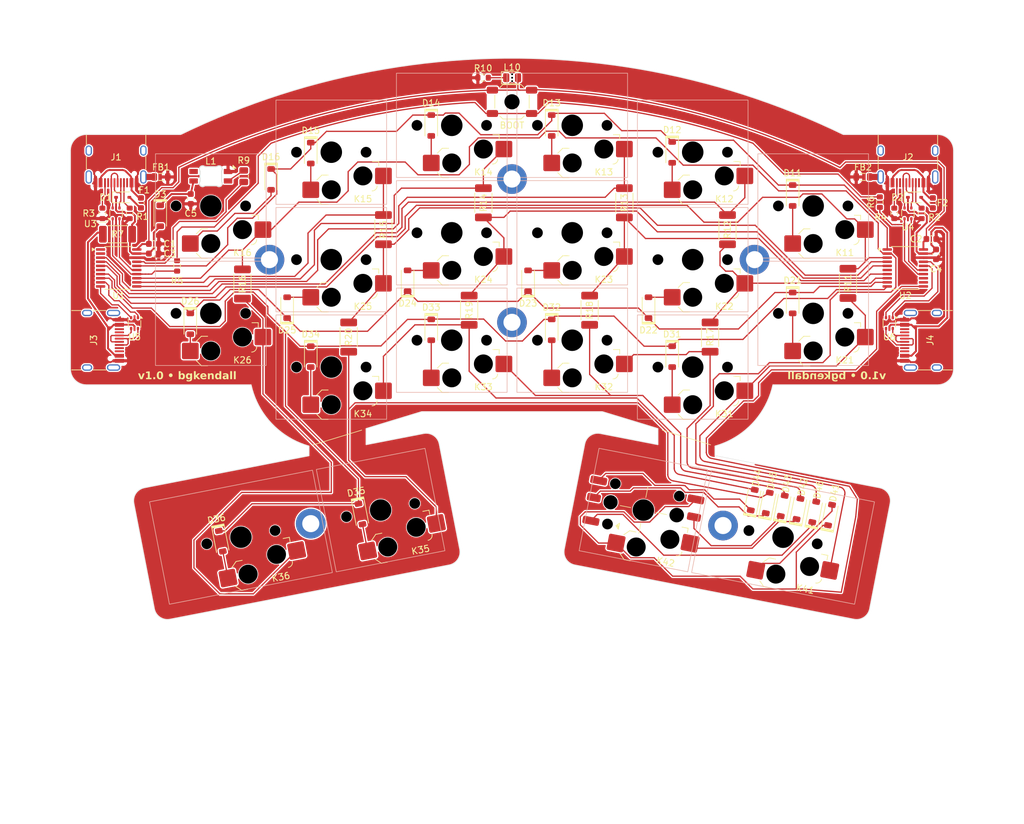
<source format=kicad_pcb>
(kicad_pcb (version 20240108) (generator "pcbnew") (generator_version "8.0")
  (layers (0 "F.Cu" signal) (31 "B.Cu" signal) (34 "B.Paste" user) (35 "F.Paste" user) (36 "B.SilkS" user "B.Silkscreen") (37 "F.SilkS" user "F.Silkscreen") (38 "B.Mask" user) (39 "F.Mask" user) (44 "Edge.Cuts" user))
  (property "AUTHOR" "bgkendall")
  (property "PCB_REVISION" "1.0")
  (net 0 "")
  (net 1 "Col2RT")
  (net 2 "Row1")
  (net 3 "Col3RT")
  (net 4 "Net-(D11-A)")
  (net 5 "Net-(D12-A)")
  (net 6 "Net-(D13-A)")
  (net 7 "Row2")
  (net 8 "Net-(D14-A)")
  (net 9 "Net-(D15-A)")
  (net 10 "GND")
  (net 11 "VCC_L")
  (net 12 "VBUS_L")
  (net 14 "LED")
  (net 17 "Col2L")
  (net 18 "Col2R")
  (net 19 "Col3R")
  (net 20 "Col3L")
  (net 21 "Col4R")
  (net 22 "Col4L")
  (net 23 "TX_R")
  (net 24 "RX_R")
  (net 26 "TX_L")
  (net 27 "RX_L")
  (net 28 "Col5T")
  (net 29 "Net-(D21-A)")
  (net 33 "Net-(J1-CC1)")
  (net 35 "USB_PL-")
  (net 36 "Net-(J1-CC2)")
  (net 37 "USB_PL+")
  (net 38 "USB_L+")
  (net 39 "USB_L-")
  (net 40 "VCC_L'")
  (net 46 "RX_PL")
  (net 47 "TX_PL")
  (net 48 "Net-(FB1-Pad1)")
  (net 55 "+3V3")
  (net 57 "Net-(L10-K)")
  (net 58 "Net-(NT1-Pad2)")
  (net 59 "VBUS_R")
  (net 60 "Net-(FB2-Pad1)")
  (net 64 "USB_PR-")
  (net 65 "USB_PR+")
  (net 67 "Net-(J2-CC1)")
  (net 69 "Net-(J2-CC2)")
  (net 70 "TX_PR")
  (net 72 "RX_PR")
  (net 73 "VCC_R")
  (net 81 "Net-(NT2-Pad2)")
  (net 82 "USB_R+")
  (net 83 "BOOT")
  (net 84 "USB_R-")
  (net 85 "Net-(D24-A)")
  (net 86 "Net-(D23-A)")
  (net 87 "Net-(D22-A)")
  (net 88 "Net-(D25-A)")
  (net 89 "Net-(L1-DIN)")
  (net 90 "Net-(D3-K)")
  (net 91 "Net-(D1-A)")
  (net 92 "Net-(D2-A)")
  (net 93 "Row3")
  (net 94 "Row4R")
  (net 95 "Col4RT")
  (net 96 "Col6")
  (net 97 "Col1")
  (net 98 "Col5L")
  (net 99 "Col1T")
  (net 100 "Col5R")
  (net 101 "Col6T")
  (net 102 "Net-(D16-A)")
  (net 103 "Net-(D26-A)")
  (net 104 "Net-(D31-A)")
  (net 105 "Net-(D32-A)")
  (net 106 "Net-(D33-A)")
  (net 107 "Net-(D34-A)")
  (net 108 "Net-(D35-A)")
  (net 109 "Net-(D36-A)")
  (net 110 "Net-(D41-A)")
  (net 111 "Net-(D42-K)")
  (net 112 "Net-(D43-K)")
  (net 113 "Net-(D44-K)")
  (net 114 "Net-(D45-K)")
  (net 115 "Net-(D46-K)")
  (footprint "Resistor_SMD:R_0805_2012Metric" (layer "F.Cu") (at 109.982 47.716681 90)
    (property "Reference" "R9")
    (property "Value" "470R")
  )
  (footprint "Project Library:SW_choc_v1_HS_CPG135001S30_1layer_1u" (layer "F.Cu") (at 104.775 69.416683)
    (property "Reference" "K26")
    (property "Value" "PG1350")
  )
  (footprint "Project Library:D_SOD-123_Mod" (layer "F.Cu") (at 101.53 71.066683 -90)
    (property "Reference" "D26")
    (property "Value" "1N4148")
  )
  (footprint "Project Library:MountingHole_2.2mm_M2_SMD_Solder_Nut" (layer "F.Cu") (at 120.581105 102.686758)
    (property "Reference" "H5" (hide yes))
    (property "Value" "MountingHole")
  )
  (footprint "Project Library:SOT-666_Mod" (layer "F.Cu") (at 89.789 53.594 90)
    (property "Reference" "U3")
    (property "Value" "USBLC6-2P6")
  )
  (footprint "Project Library:SW_choc_v1_HS_CPG135001S30_1layer_1u" (layer "F.Cu") (at 123.825 77.916684)
    (property "Reference" "K34")
    (property "Value" "PG1350")
  )
  (footprint "Project Library:R_2010_5025Metric_Mod" (layer "F.Cu") (at 186.475 56.166679 -90)
    (property "Reference" "R12")
    (property "Value" "0R")
  )
  (footprint "Resistor_SMD:R_0603_1608Metric" (layer "F.Cu") (at 91.948 53.594 -90)
    (property "Reference" "R1")
    (property "Value" "5k1")
  )
  (footprint "Project Library:SW_choc_v1_HS_CPG135001S30_1layer_1u" (layer "F.Cu") (at 180.975 43.916677)
    (property "Reference" "K12")
    (property "Value" "PG1350")
  )
  (footprint "Project Library:R_2010_5025Metric_Mod" (layer "F.Cu") (at 132.07 56.166679 -90)
    (property "Reference" "R15")
    (property "Value" "0R")
  )
  (footprint "Project Library:D_SOD-123_Mod" (layer "F.Cu") (at 106.35242 105.452538 -79)
    (property "Reference" "D36")
    (property "Value" "1N4148")
  )
  (footprint "Project Library:SW_choc_v1_HS_CPG135001S30_1layer_1.5u" (layer "F.Cu") (at 195.2625 104.833358 -11)
    (property "Reference" "K41")
    (property "Value" "PG1350_1½U")
  )
  (footprint "Project Library:SW_choc_v1_HS_CPG135001S30_1layer_1u" (layer "F.Cu") (at 142.875 56.66668)
    (property "Reference" "K24")
    (property "Value" "PG1350")
  )
  (footprint "Project Library:USB_C_Receptacle_HRO_TYPE-C-31-M-12" (layer "F.Cu") (at 215.008 44.704 180)
    (property "Reference" "J2")
    (property "Value" "USB_C_Receptacle_USB2.0_16P_2SH")
  )
  (footprint "Project Library:D_SOD-123" (layer "F.Cu") (at 192.841327 99.410177 79)
    (property "Reference" "D45")
    (property "Value" "1N4148")
  )
  (footprint "Capacitor_SMD:C_0603_1608Metric" (layer "F.Cu") (at 95.758 58.42)
    (property "Reference" "C1")
    (property "Value" "100nF")
  )
  (footprint "Diode_SMD:D_SOD-323" (layer "F.Cu") (at 216.055 51.054)
    (property "Reference" "D2")
    (property "Value" "PMEG2010EA")
  )
  (footprint "Project Library:D_SOD-123_Mod" (layer "F.Cu") (at 139.63 39.689176 -90)
    (property "Reference" "D14")
    (property "Value" "1N4148")
  )
  (footprint "Project Library:D_SOD-123_Mod" (layer "F.Cu") (at 196.78 67.766683 -90)
    (property "Reference" "D21")
    (property "Value" "1N4148")
  )
  (footprint "Project Library:SW_choc_v1_HS_CPG135001S30_1layer_1u" (layer "F.Cu") (at 123.825 60.916681)
    (property "Reference" "K25")
    (property "Value" "PG1350")
  )
  (footprint "Project Library:SW_choc_v1_HS_CPG135001S30_1layer_1u" (layer "F.Cu") (at 200.025 69.416683)
    (property "Reference" "K21")
    (property "Value" "PG1350")
  )
  (footprint "Project Library:D_SOD-123" (layer "F.Cu") (at 197.703327 100.355254 79)
    (property "Reference" "D42")
    (property "Value" "1N4148")
  )
  (footprint "Project Library:R_2010_5025Metric_Mod" (layer "F.Cu") (at 109.775 64.77 -90)
    (property "Reference" "R16")
    (property "Value" "0R")
  )
  (footprint "Resistor_SMD:R_0603_1608Metric" (layer "F.Cu") (at 99.441 61.905 90)
    (property "Reference" "R5")
    (property "Value" "10k")
  )
  (footprint "Project Library:R_2010_5025Metric_Mod" (layer "F.Cu") (at 205.525 64.666681 -90)
    (property "Reference" "R11")
    (property "Value" "0R")
  )
  (footprint "Project Library:SW_choc_v1_HS_CPG135001S30_1layer_1u" (layer "F.Cu") (at 104.775 52.416679)
    (property "Reference" "K16")
    (property "Value" "PG1350")
  )
  (footprint "Resistor_SMD:R_0603_1608Metric" (layer "F.Cu") (at 217.17 53.594 -90)
    (property "Reference" "R2")
    (property "Value" "5k1")
  )
  (footprint "Project Library:NetTie-2_SMD_Pad0.2mm" (layer "F.Cu") (at 94.434 63.205)
    (property "Reference" "NT1" (hide yes))
    (property "Value" "NetTie_2" (hide yes))
  )
  (footprint "Project Library:R_2010_5025Metric_Mod" (layer "F.Cu") (at 183.725 73.166683 -90)
    (property "Reference" "R17")
    (property "Value" "0R")
  )
  (footprint "Project Library:D_SOD-123" (layer "F.Cu") (at 195.209994 99.870599 79)
    (property "Reference" "D43")
    (property "Value" "1N4148")
  )
  (footprint "Fuse:Fuse_0603_1608Metric" (layer "F.Cu") (at 218.948 51.943 -90)
    (property "Reference" "F2")
    (property "Value" "500mA")
  )
  (footprint "Project Library:D_SOD-123" (layer "F.Cu") (at 190.472661 98.949755 79)
    (property "Reference" "D44")
    (property "Value" "1N4148")
  )
  (footprint "Project Library:SW_choc_v1_HS_CPG135001S30_1layer_1u" (layer "F.Cu") (at 200.025 52.416679)
    (property "Reference" "K11")
    (property "Value" "PG1350")
  )
  (footprint "Project Library:SW_choc_v1_HS_CPG135001S30_1layer_1u" (layer "F.Cu") (at 180.975 77.916685)
    (property "Reference" "K31")
    (property "Value" "PG1350")
  )
  (footprint "Project Library:SW_choc_v1_HS_CPG135001S30_1layer_1u" (layer "F.Cu") (at 131.62441 100.540158 11)
    (property "Reference" "K35")
    (property "Value" "PG1350")
  )
  (footprint "Project Library:NetTie-2_SMD_Pad0.2mm" (layer "F.Cu") (at 212.987 55.372 180)
    (property "Reference" "NT2" (hide yes))
    (property "Value" "NetTie_2" (hide yes))
  )
  (footprint "Project Library:USB_C_Receptacle_HRO_TYPE-C-31-M-12" (layer "F.Cu") (at 89.792 44.704 180)
    (property "Reference" "J1")
    (property "Value" "USB_C_Receptacle_USB2.0_16P_2SH")
  )
  (footprint "Project Library:MountingHole_2.2mm_M2_SMD_Solder_Nut" (layer "F.Cu") (at 152.4 70.83335)
    (property "Reference" "H3" (hide yes))
    (property "Value" "MountingHole")
  )
  (footprint "Project Library:SOT-666_Mod" (layer "F.Cu") (at 212.074 70.957 -90)
    (property "Reference" "U6")
    (property "Value" "USBLC6-2P6")
  )
  (footprint "Project Library:SOT-666_Mod" (layer "F.Cu") (at 215.008 53.594 90)
    (property "Reference" "U4")
    (property "Value" "USBLC6-2P6")
  )
  (footprint "Project Library:R_2010_5025Metric_Mod" (layer "F.Cu") (at 164.675 68.916682 -90)
    (property "Reference" "R18")
    (property "Value" "0R")
  )
  (footprint "Project Library:MountingHole_2.2mm_M2_SMD_Solder_Nut" (layer "F.Cu") (at 152.4 48.166678)
    (property "Reference" "H2" (hide yes))
    (property "Value" "MountingHole")
  )
  (footprint "Project Library:SW_choc_v1_HS_CPG135001S30_1layer_1.5u" (layer "F.Cu") (at 109.5378 104.833358 11)
    (property "Reference" "K36")
    (property "Value" "PG1350_1½U")
  )
  (footprint "Project Library:SW_choc_v1_HS_CPG135001S30_1layer_1u" (layer "F.Cu") (at 142.875 73.666684)
    (property "Reference" "K33")
    (property "Value" "PG1350")
  )
  (footprint "Project Library:D_SOD-123_Mod" (layer "F.Cu") (at 114.3 48.216677 -90)
    (property "Reference" "D16")
    (property "Value" "1N4148")
  )
  (footprint "Project Library:D_SOD-123" (layer "F.Cu") (at 96.774 53.975 -90)
    (property "Reference" "D3")
    (property "Value" "1N4148")
  )
  (footprint "PCM_marbastlib-various:LED_6028R" (layer "F.Cu") (at 104.775 47.71668 180)
    (property "Reference" "L1")
    (property "Value" "SK6812MINI-E")
    (fp_line (start 1.699999 0.702841) (end 1.699999 -0.702843) (stroke (width 0.1)) (layer "Edge.Cuts"))
    (fp_line (start 0.794452 -1.5) (end -0.794453 -1.5) (stroke (width 0.1)) (layer "Edge.Cuts"))
    (fp_line (start -0.794452 1.499999) (end 0.794452 1.499999) (stroke (width 0.1)) (layer "Edge.Cuts"))
    (fp_line (start -1.699999 -0.702843) (end -1.699999 0.702841) (stroke (width 0.1)) (layer "Edge.Cuts"))
    (fp_arc (start 1.749484 0.919719) (mid 1.712518 0.814069) (end 1.699999 0.702842) (stroke (width 0.1)) (layer "Edge.Cuts"))
    (fp_arc (start 1.749484 0.919719) (mid 1.63807 1.504033) (end 1.046711 1.568296) (stroke (width 0.1)) (layer "Edge.Cuts"))
    (fp_arc (start 1.699999 -0.702843) (mid 1.712527 -0.814069) (end 1.749484 -0.919721) (stroke (width 0.1)) (layer "Edge.Cuts"))
    (fp_arc (start 1.046711 -1.5683) (mid 1.638072 -1.504036) (end 1.749484 -0.919721) (stroke (width 0.1)) (layer "Edge.Cuts"))
    (fp_arc (start 1.046711 -1.5683) (mid 0.925123 -1.517378) (end 0.794453 -1.500001) (stroke (width 0.1)) (layer "Edge.Cuts"))
    (fp_arc (start 0.794452 1.499999) (mid 0.925122 1.517376) (end 1.04671 1.568298) (stroke (width 0.1)) (layer "Edge.Cuts"))
    (fp_arc (start -0.794453 -1.5) (mid -0.925123 -1.517377) (end -1.046711 -1.568299) (stroke (width 0.1)) (layer "Edge.Cuts"))
    (fp_arc (start -1.046711 1.568298) (mid -0.925123 1.517376) (end -0.794452 1.499999) (stroke (width 0.1)) (layer "Edge.Cuts"))
    (fp_arc (start -1.046711 1.568298) (mid -1.638072 1.504034) (end -1.749484 0.919718) (stroke (width 0.1)) (layer "Edge.Cuts"))
    (fp_arc (start -1.699999 0.702841) (mid -1.712527 0.814067) (end -1.749484 0.919719) (stroke (width 0.1)) (layer "Edge.Cuts"))
    (fp_arc (start -1.749484 -0.919721) (mid -1.638071 -1.504036) (end -1.046711 -1.568299) (stroke (width 0.1)) (layer "Edge.Cuts"))
    (fp_arc (start -1.749484 -0.919721) (mid -1.712527 -0.814069) (end -1.699999 -0.702844) (stroke (width 0.1)) (layer "Edge.Cuts"))
  )
  (footprint "Project Library:D_SOD-123_Mod" (layer "F.Cu") (at 173.99 68.516681 90)
    (property "Reference" "D22")
    (property "Value" "1N4148")
  )
  (footprint "Project Library:SW_choc_v1_HS_CPG135001S30_1layer_1u" (layer "F.Cu") (at 180.975 60.916681)
    (property "Reference" "K22")
    (property "Value" "PG1350")
  )
  (footprint "Resistor_SMD:R_0603_1608Metric" (layer "F.Cu") (at 210.566 51.816 90)
    (property "Reference" "R6")
    (property "Value" "10k")
  )
  (footprint "Capacitor_SMD:C_0603_1608Metric" (layer "F.Cu") (at 218.706 57.652296)
    (property "Reference" "C2")
    (property "Value" "100nF")
  )
  (footprint "Package_SO:TSSOP-20_4.4x6.5mm_P0.65mm" (layer "F.Cu") (at 90.2045 62.23)
    (property "Reference" "U1")
    (property "Value" "CH552T")
  )
  (footprint "Project Library:USB_C_Receptacle_HRO_TYPE-C-31-M-12" (layer "F.Cu") (at 86.267 73.666684 -90)
    (property "Reference" "J3")
    (property "Value" "USB_C_Receptacle_USB2.0_16P_2SH")
  )
  (footprint "Package_SO:TSSOP-20_4.4x6.5mm_P0.65mm" (layer "F.Cu") (at 214.5955 62.23)
    (property "Reference" "U2")
    (property "Value" "CH552T")
  )
  (footprint "Capacitor_SMD:C_0603_1608Metric" (layer "F.Cu") (at 95.758 59.955)
    (property "Reference" "C3")
    (property "Value" "100nF")
  )
  (footprint "Project Library:SW_choc_v1_HS_CPG135001S30_1layer_1u" (layer "F.Cu") (at 123.825 43.916677)
    (property "Reference" "K15")
    (property "Value" "PG1350")
  )
  (footprint "Project Library:D_SOD-123_Mod" (layer "F.Cu") (at 196.78 50.766679 -90)
    (property "Reference" "D11")
    (property "Value" "1N4148")
  )
  (footprint "Project Library:D_SOD-123_Mod" (layer "F.Cu") (at 177.73 76.266685 -90)
    (property "Reference" "D31")
    (property "Value" "1N4148")
  )
  (footprint "Project Library:D_SOD-123_Mod" (layer "F.Cu") (at 154.94 64.26668 90)
    (property "Reference" "D23")
    (property "Value" "1N4148")
  )
  (footprint "Project Library:R_2010_5025Metric_Mod" (layer "F.Cu") (at 126.575 73.166682 -90)
    (property "Reference" "R20")
    (property "Value" "0R")
  )
  (footprint "Project Library:MountingHole_2.2mm_M2_SMD_Solder_Nut" (layer "F.Cu") (at 190.754 60.916681)
    (property "Reference" "H4" (hide yes))
    (property "Value" "MountingHole")
  )
  (footprint "Project Library:D_SOD-123_Mod" (layer "F.Cu") (at 116.84 68.516681 90)
    (property "Reference" "D25")
    (property "Value" "1N4148")
  )
  (footprint "Project Library:D_SOD-123_Mod" (layer "F.Cu") (at 177.73 43.939177 -90)
    (property "Reference" "D12")
    (property "Value" "1N4148")
  )
  (footprint "Project Library:D_SOD-123_Mod" (layer "F.Cu") (at 135.89 64.262 90)
    (property "Reference" "D24")
    (property "Value" "1N4148")
  )
  (footprint "Project Library:D_SOD-123_Mod" (layer "F.Cu") (at 120.58 44.052177 -90)
    (property "Reference" "D15")
    (property "Value" "1N4148")
  )
  (footprint "Project Library:D_SOD-123_Mod" (layer "F.Cu") (at 128.43903 101.159338 -79)
    (property "Reference" "D35")
    (property "Value" "1N4148")
  )
  (footprint "Inductor_SMD:L_0805_2012Metric" (layer "F.Cu") (at 96.901 47.834)
    (property "Reference" "FB1")
    (property "Value" "FerriteBead")
  )
  (footprint "Diode_SMD:D_SOD-323" (layer "F.Cu") (at 90.839 51.054)
    (property "Reference" "D1")
    (property "Value" "PMEG2010EA")
  )
  (footprint "Project Library:MountingHole_2.2mm_M2_SMD_Solder_Nut" (layer "F.Cu") (at 185.773435 102.988868)
    (property "Reference" "H6" (hide yes))
    (property "Value" "MountingHole")
  )
  (footprint "Project Library:SW_choc_v1_HS_nav_CPG135001S30_SKQUCAA010_1layer_1u_1" (layer "F.Cu") (at 173.17589 100.540158 -11)
    (property "Reference" "K42")
    (property "Value" "PG1350/SKQUCAA010")
  )
  (footprint "Inductor_SMD:L_0805_2012Metric" (layer "F.Cu") (at 207.899 47.834 180)
    (property "Reference" "FB2")
    (property "Value" "FerriteBead")
  )
  (footprint "Project Library:SW_SPST_SKQG_WithStem" (layer "F.Cu") (at 152.4 35.941 180)
    (property "Reference" "SW10" (hide yes))
    (property "Value" "BOOT")
  )
  (footprint "Project Library:D_SOD-123_Mod" (layer "F.Cu") (at 120.58 76.266684 -90)
    (property "Reference" "D34")
    (property "Value" "1N4148")
  )
  (footprint "Resistor_SMD:R_0603_1608Metric" (layer "F.Cu") (at 212.852 53.594 -90)
    (property "Reference" "R4")
    (property "Value" "5k1")
  )
  (footprint "Project Library:USB_C_Receptacle_HRO_TYPE-C-31-M-12" (layer "F.Cu") (at 218.533 73.666684 90)
    (property "Reference" "J4")
    (property "Value" "USB_C_Receptacle_USB2.0_16P_2SH")
  )
  (footprint "Project Library:R_2010_5025Metric_Mod" (layer "F.Cu") (at 170.17 51.916678 -90)
    (property "Reference" "R13")
    (property "Value" "0R")
  )
  (footprint "Project Library:SW_choc_v1_HS_CPG135001S30_1layer_1u" (layer "F.Cu") (at 161.925 39.666676)
    (property "Reference" "K13")
    (property "Value" "PG1350")
  )
  (footprint "Project Library:SOT-666_Mod" (layer "F.Cu") (at 92.71 70.957 -90)
    (property "Reference" "U5")
    (property "Value" "USBLC6-2P6")
  )
  (footprint "Project Library:D_SOD-123" (layer "F.Cu") (at 200.19666 100.839909 79)
    (property "Reference" "D46")
    (property "Value" "1N4148")
  )
  (footprint "Resistor_SMD:R_2010_5025Metric" (layer "F.Cu") (at 90.017 56.896 180)
    (property "Reference" "R7")
    (property "Value" "0R")
  )
  (footprint "Project Library:D_SOD-123_Mod" (layer "F.Cu") (at 139.63 72.016684 -90)
    (property "Reference" "D33")
    (property "Value" "1N4148")
  )
  (footprint "Project Library:R_2010_5025Metric_Mod" (layer "F.Cu") (at 147.875 51.916678 -90)
    (property "Reference" "R14")
    (property "Value" "0R")
  )
  (footprint "Project Library:R_2010_5025Metric_Mod" (layer "F.Cu") (at 145.625 68.916682 -90)
    (property "Reference" "R19")
    (property "Value" "0R")
  )
  (footprint "Resistor_SMD:R_0603_1608Metric" (layer "F.Cu") (at 87.63 53.594 -90)
    (property "Reference" "R3")
    (property "Value" "5k1")
  )
  (footprint "Fuse:Fuse_0603_1608Metric" (layer "F.Cu") (at 93.726 51.943 -90)
    (property "Reference" "F1")
    (property "Value" "500mA")
  )
  (footprint "Project Library:SW_choc_v1_HS_CPG135001S30_1layer_1u" (layer "F.Cu") (at 161.925 56.66668)
    (property "Reference" "K23")
    (property "Value" "PG1350")
  )
  (footprint "Capacitor_SMD:C_0603_1608Metric" (layer "F.Cu") (at 219.456 60.08 -90)
    (property "Reference" "C4")
    (property "Value" "100nF")
  )
  (footprint "Project Library:LED_0805_2012Metric_Mod" (layer "F.Cu") (at 152.42 32.131)
    (property "Reference" "L10")
    (property "Value" "LED")
  )
  (footprint "Project Library:D_SOD-123_Mod" (layer "F.Cu") (at 158.68 72.016684 -90)
    (property "Reference" "D32")
    (property "Value" "1N4148")
  )
  (footprint "Project Library:SW_choc_v1_HS_CPG135001S30_1layer_1u" (layer "F.Cu") (at 161.925 73.666684)
    (property "Reference" "K32")
    (property "Value" "PG1350")
  )
  (footprint "Capacitor_SMD:C_0603_1608Metric" (layer "F.Cu") (at 101.6 51.308 -90)
    (property "Reference" "C5")
    (property "Value" "100nF")
  )
  (footprint "Resistor_SMD:R_0603_1608Metric" (layer "F.Cu") (at 147.828 32.131 180)
    (property "Reference" "R10")
    (property "Value" "10k")
  )
  (footprint "Project Library:SW_choc_v1_HS_CPG135001S30_1layer_1u" (layer "F.Cu") (at 142.875 39.666676)
    (property "Reference" "K14")
    (property "Value" "PG1350")
  )
  (footprint "Project Library:D_SOD-123_Mod" (layer "F.Cu") (at 158.68 39.689176 -90)
    (property "Reference" "D13")
    (property "Value" "1N4148")
  )
  (footprint "Project Library:MountingHole_2.2mm_M2_SMD_Solder_Nut" (layer "F.Cu") (at 114.046 60.916681)
    (property "Reference" "H1" (hide yes))
    (property "Value" "MountingHole")
  )
  (footprint "Project Library:D_SOD-123" (layer "F.Cu") (at 202.689993 101.324564 79)
    (property "Reference" "D41")
    (property "Value" "1N4148")
  )
  (gr_arc (start 155.575 34.000009) (mid 180.608531 37.475924) (end 204.274712 46.345624) (stroke (width 0.2)) (layer "F.Cu") (net 55))
  (gr_poly (pts (arc (start 90.242 50.290289) (mid 90.454132 50.202421) (end 90.542 49.990289)) (arc (start 90.542 50.590289) (mid 90.454132 50.378157) (end 90.242 50.290289))) (stroke (width 0.2)) (fill none) (layer "F.Cu") (net 35))
  (gr_poly (pts (arc (start 215.458 50.290289) (mid 215.670132 50.202421) (end 215.758 49.990289)) (arc (start 215.758 50.590289) (mid 215.670132 50.378157) (end 215.458 50.290289))) (stroke (width 0.2)) (fill none) (layer "F.Cu") (net 64))
  (gr_poly (pts (arc (start 153.6375 34.091) (mid 153.425368 34.003132) (end 153.3375 33.791)) (arc (start 153.3375 33.791) (mid 153.249632 34.003132) (end 153.0375 34.091))) (stroke (width 0.2)) (fill none) (layer "F.Cu") (net 55))
  (gr_arc (start 158.714393 36.052181) (mid 174.839991 38.128497) (end 190.5 42.50001) (stroke (width 0.2)) (layer "F.Cu") (net 83))
  (gr_arc (start 99.719001 46.312197) (mid 123.876989 37.526588) (end 149.352312 34.091) (stroke (width 0.2)) (layer "F.Cu") (net 55))
  (gr_arc (start 114.3 42.50001) (mid 129.960009 38.128497) (end 146.085607 36.052181) (stroke (width 0.2)) (layer "F.Cu") (net 83))
  (gr_poly (pts (arc (start 214.170501 55.372) (mid 214.382633 55.284132) (end 214.470501 55.072)) (arc (start 214.470501 55.672) (mid 214.382633 55.459868) (end 214.170501 55.372))) (stroke (width 0.2)) (fill none) (layer "F.Cu") (net 82))
  (gr_line (start 88.5444 54.6354) (end 88.175881 55.003919) (stroke (width 0.1)) (layer "F.SilkS"))
  (gr_line (start 179.988635 89.051412) (end 176.162193 87.885932) (stroke (width 0.1)) (layer "F.SilkS"))
  (gr_line (start 124.811634 89.051435) (end 120.985213 90.216982) (stroke (width 0.1)) (layer "F.SilkS"))
  (gr_line (start 88.175881 55.003919) (end 86.7405 55.003919) (stroke (width 0.1)) (layer "F.SilkS"))
  (gr_line (start 124.811634 89.051435) (end 128.638055 87.885888) (stroke (width 0.1)) (layer "F.SilkS"))
  (gr_line (start 179.988635 89.051412) (end 183.815077 90.216892) (stroke (width 0.1)) (layer "F.SilkS"))
  (gr_line (start 94.258489 96.97949) (end 120.271609 91.923052) (stroke (width 0.05)) (layer "Edge.Cuts"))
  (gr_line (start 98.313178 117.839068) (end 142.4864 109.252666) (stroke (width 0.05)) (layer "Edge.Cuts"))
  (gr_arc (start 138.431709 88.393088) (mid 140.025463 88.717341) (end 140.923136 90.073577) (stroke (width 0.05)) (layer "Edge.Cuts"))
  (gr_line (start 138.431709 88.393088) (end 129.351658 90.158071) (stroke (width 0.05)) (layer "Edge.Cuts"))
  (gr_line (start 204.7875 41.083344) (end 219.71 41.083343) (stroke (width 0.05)) (layer "Edge.Cuts"))
  (gr_line (start 82.55 78.210019) (end 82.55 43.623343) (stroke (width 0.05)) (layer "Edge.Cuts"))
  (gr_arc (start 193.674999 80.750019) (mid 189.112868 88.07015) (end 184.528649 90.434254) (stroke (width 0.05)) (layer "Edge.Cuts"))
  (gr_line (start 222.25 43.623343) (end 222.25 78.210019) (stroke (width 0.05)) (layer "Edge.Cuts"))
  (gr_line (start 92.578 99.470917) (end 95.821751 116.158579) (stroke (width 0.05)) (layer "Edge.Cuts"))
  (gr_arc (start 85.09 80.750019) (mid 83.293966 80.006067) (end 82.55 78.210019) (stroke (width 0.05)) (layer "Edge.Cuts"))
  (gr_line (start 184.528649 91.923004) (end 184.528649 90.434254) (stroke (width 0.05)) (layer "Edge.Cuts"))
  (gr_line (start 162.313931 109.252658) (end 206.487131 117.839058) (stroke (width 0.05)) (layer "Edge.Cuts"))
  (gr_line (start 129.351658 90.158071) (end 129.351658 87.668553) (stroke (width 0.05)) (layer "Edge.Cuts"))
  (gr_line (start 138.1125 85.00002) (end 166.6875 85.00002) (stroke (width 0.05)) (layer "Edge.Cuts"))
  (gr_line (start 166.6875 85.00002) (end 175.44862 87.668569) (stroke (width 0.05)) (layer "Edge.Cuts"))
  (gr_arc (start 92.578 99.470917) (mid 92.902253 97.877163) (end 94.258489 96.97949) (stroke (width 0.05)) (layer "Edge.Cuts"))
  (gr_line (start 219.71 80.750019) (end 193.675 80.750019) (stroke (width 0.05)) (layer "Edge.Cuts"))
  (gr_line (start 212.222258 99.470869) (end 208.978558 116.158569) (stroke (width 0.05)) (layer "Edge.Cuts"))
  (gr_line (start 138.1125 85.00002) (end 129.351658 87.668553) (stroke (width 0.05)) (layer "Edge.Cuts"))
  (gr_arc (start 162.313931 109.252658) (mid 160.957695 108.354985) (end 160.633442 106.761231) (stroke (width 0.05)) (layer "Edge.Cuts"))
  (gr_line (start 175.44862 90.158025) (end 175.44862 87.668569) (stroke (width 0.05)) (layer "Edge.Cuts"))
  (gr_arc (start 219.71 41.083343) (mid 221.506036 41.827294) (end 222.25 43.623343) (stroke (width 0.05)) (layer "Edge.Cuts"))
  (gr_arc (start 163.877142 90.073531) (mid 164.774815 88.717295) (end 166.368569 88.393042) (stroke (width 0.05)) (layer "Edge.Cuts"))
  (gr_line (start 120.271609 91.923052) (end 120.271609 90.434316) (stroke (width 0.05)) (layer "Edge.Cuts"))
  (gr_arc (start 82.55 43.623343) (mid 83.293934 41.827264) (end 85.09 41.083343) (stroke (width 0.05)) (layer "Edge.Cuts"))
  (gr_arc (start 208.978558 116.158569) (mid 208.080885 117.514805) (end 206.487131 117.839058) (stroke (width 0.05)) (layer "Edge.Cuts"))
  (gr_line (start 85.09 80.750019) (end 111.125 80.750019) (stroke (width 0.05)) (layer "Edge.Cuts"))
  (gr_arc (start 98.313178 117.839068) (mid 96.719424 117.514815) (end 95.821751 116.158579) (stroke (width 0.05)) (layer "Edge.Cuts"))
  (gr_line (start 210.541769 96.979442) (end 184.528649 91.923004) (stroke (width 0.05)) (layer "Edge.Cuts"))
  (gr_line (start 85.09 41.083343) (end 100.0125 41.083344) (stroke (width 0.05)) (layer "Edge.Cuts"))
  (gr_line (start 144.166889 106.761239) (end 140.923136 90.073577) (stroke (width 0.05)) (layer "Edge.Cuts"))
  (gr_circle (center 123.825 77.916684) (end 124.825 77.916684) (stroke (width 0.05)) (fill none) (layer "Edge.Cuts"))
  (gr_arc (start 120.271609 90.434316) (mid 115.687132 88.07015) (end 111.125001 80.750019) (stroke (width 0.05)) (layer "Edge.Cuts"))
  (gr_arc (start 222.25 78.210019) (mid 221.506068 80.006101) (end 219.71 80.750019) (stroke (width 0.05)) (layer "Edge.Cuts"))
  (gr_line (start 163.877142 90.073531) (end 160.633442 106.761231) (stroke (width 0.05)) (layer "Edge.Cuts"))
  (gr_arc (start 100.0125 41.083344) (mid 152.4 29.014633) (end 204.7875 41.083344) (stroke (width 0.05)) (layer "Edge.Cuts"))
  (gr_circle (center 180.975 77.916685) (end 181.975 77.916685) (stroke (width 0.05)) (fill none) (layer "Edge.Cuts"))
  (gr_arc (start 144.166889 106.761239) (mid 143.842636 108.354993) (end 142.4864 109.252666) (stroke (width 0.05)) (layer "Edge.Cuts"))
  (gr_arc (start 210.541769 96.979442) (mid 211.898005 97.877115) (end 212.222258 99.470869) (stroke (width 0.05)) (layer "Edge.Cuts"))
  (gr_line (start 166.368569 88.393042) (end 175.44862 90.158025) (stroke (width 0.05)) (layer "Edge.Cuts"))
  (gr_text "${PROJECTNAME} v${PCB_REVISION} • ${AUTHOR}" (at 100.756978 79.333352 0) (layer "F.SilkS") (effects (font (size 1.2 1.2) (thickness 0.2) (bold yes))))
  (gr_text "${PROJECTNAME} v${PCB_REVISION} • ${AUTHOR}" (at 204.043021 79.333352 0) (layer "F.SilkS") (effects (font (size 1.2 1.2) (thickness 0.2) (bold yes)) (justify mirror)))
  (segment (start 183.725 83.991) (end 183.725 75.479183) (width 0.2) (layer "F.Cu") (net 1))
  (segment (start 180.400227 75.479183) (end 183.725 75.479183) (width 0.2) (layer "F.Cu") (net 1))
  (segment (start 180.086 92.893326) (end 180.086 87.63) (width 0.2) (layer "F.Cu") (net 1))
  (segment (start 198.018162 98.735569) (end 198.018162 97.860674) (width 0.2) (layer "F.Cu") (net 1))
  (segment (start 180.086 87.63) (end 183.725 83.991) (width 0.2) (layer "F.Cu") (net 1))
  (segment (start 170.17 77.416684) (end 171.640684 75.946) (width 0.2) (layer "F.Cu") (net 1))
  (segment (start 171.640684 75.946) (end 179.93341 75.946) (width 0.2) (layer "F.Cu") (net 1))
  (segment (start 180.904906 93.876792) (end 197.199256 96.877208) (width 0.2) (layer "F.Cu") (net 1))
  (segment (start 179.93341 75.946) (end 180.400227 75.479183) (width 0.2) (layer "F.Cu") (net 1))
  (arc (start 197.199256 96.877208) (mid 197.786633 97.220789) (end 198.018162 97.860674) (width 0.2) (layer "F.Cu") (net 1))
  (arc (start 180.086 92.893326) (mid 180.317529 93.533211) (end 180.904906 93.876792) (width 0.2) (layer "F.Cu") (net 1))
  (segment (start 115.2 50.535) (end 115.2 47.466677) (width 0.2) (layer "F.Cu") (net 2))
  (segment (start 114.3 46.566677) (end 117.390323 46.566677) (width 0.2) (layer "F.Cu") (net 2))
  (segment (start 158.9525 37.766676) (end 167.009924 37.766676) (width 0.2) (layer "F.Cu") (net 2))
  (segment (start 139.63 38.039176) (end 141.538824 38.039176) (width 0.2) (layer "F.Cu") (net 2))
  (segment (start 147.447 41.148) (end 156.464 41.148) (width 0.2) (layer "F.Cu") (net 2))
  (segment (start 104.084 61.905) (end 107.442 58.547) (width 0.2) (layer "F.Cu") (net 2))
  (segment (start 141.538824 38.039176) (end 141.859 37.719) (width 0.2) (layer "F.Cu") (net 2))
  (segment (start 196.78 49.116679) (end 194.531679 49.116679) (width 0.2) (layer "F.Cu") (net 2))
  (segment (start 120.58 42.402177) (end 121.2775 42.402177) (width 0.2) (layer "F.Cu") (net 2))
  (segment (start 175.953823 40.513) (end 177.73 42.289177) (width 0.2) (layer "F.Cu") (net 2))
  (segment (start 141.859 37.719) (end 144.018 37.719) (width 0.2) (layer "F.Cu") (net 2))
  (segment (start 107.442 55.88) (end 108.966 54.356) (width 0.2) (layer "F.Cu") (net 2))
  (segment (start 144.018 37.719) (end 147.447 41.148) (width 0.2) (layer "F.Cu") (net 2))
  (segment (start 117.390323 46.566677) (end 118.364 45.593) (width 0.2) (layer "F.Cu") (net 2))
  (segment (start 194.531679 49.116679) (end 187.431677 42.016677) (width 0.2) (layer "F.Cu") (net 2))
  (segment (start 196.78 49.116679) (end 204.945679 49.116679) (width 0.2) (layer "F.Cu") (net 2))
  (segment (start 211.733 55.904) (end 211.733 59.305) (width 0.2) (layer "F.Cu") (net 2))
  (segment (start 121.2775 42.402177) (end 123.063 40.616677) (width 0.2) (layer "F.Cu") (net 2))
  (segment (start 120.58 43.377) (end 120.58 42.402177) (width 0.2) (layer "F.Cu") (net 2))
  (segment (start 123.063 40.616677) (end 134.135323 40.616677) (width 0.2) (layer "F.Cu") (net 2))
  (segment (start 156.464 41.148) (end 158.68 38.932) (width 0.2) (layer "F.Cu") (net 2))
  (segment (start 136.712824 38.039176) (end 139.63 38.039176) (width 0.2) (layer "F.Cu") (net 2))
  (segment (start 107.442 58.547) (end 107.442 55.88) (width 0.2) (layer "F.Cu") (net 2))
  (segment (start 169.756248 40.513) (end 175.953823 40.513) (width 0.2) (layer "F.Cu") (net 2))
  (segment (start 187.431677 42.016677) (end 178.0025 42.016677) (width 0.2) (layer "F.Cu") (net 2))
  (segment (start 108.966 54.356) (end 111.379 54.356) (width 0.2) (layer "F.Cu") (net 2))
  (segment (start 115.2 47.466677) (end 114.3 46.566677) (width 0.2) (layer "F.Cu") (net 2))
  (segment (start 111.379 54.356) (end 115.2 50.535) (width 0.2) (layer "F.Cu") (net 2))
  (segment (start 93.067 61.905) (end 104.084 61.905) (width 0.2) (layer "F.Cu") (net 2))
  (segment (start 118.364 45.593) (end 120.58 43.377) (width 0.2) (layer "F.Cu") (net 2))
  (segment (start 204.945679 49.116679) (end 211.733 55.904) (width 0.2) (layer "F.Cu") (net 2))
  (segment (start 167.009924 37.766676) (end 169.756248 40.513) (width 0.2) (layer "F.Cu") (net 2))
  (segment (start 134.135323 40.616677) (end 136.712824 38.039176) (width 0.2) (layer "F.Cu") (net 2))
  (segment (start 158.68 38.932) (end 158.68 38.039176) (width 0.2) (layer "F.Cu") (net 2))
  (segment (start 164.675 79.077) (end 168.002 82.404) (width 0.2) (layer "F.Cu") (net 3))
  (segment (start 173.070371 82.404) (end 179.07 88.403629) (width 0.2) (layer "F.Cu") (net 3))
  (segment (start 168.002 82.404) (end 173.070371 82.404) (width 0.2) (layer "F.Cu") (net 3))
  (segment (start 179.887864 94.385497) (end 194.706965 97.130504) (width 0.2) (layer "F.Cu") (net 3))
  (segment (start 151.12 77.416684) (end 156.107316 82.404) (width 0.2) (layer "F.Cu") (net 3))
  (segment (start 179.07 88.403629) (end 179.07 93.402223) (width 0.2) (layer "F.Cu") (net 3))
  (segment (start 156.107316 82.404) (end 168.002 82.404) (width 0.2) (layer "F.Cu") (net 3))
  (segment (start 164.675 71.229182) (end 164.675 79.077) (width 0.2) (layer "F.Cu") (net 3))
  (arc (start 179.07 93.402223) (mid 179.301191 94.041701) (end 179.887864 94.385497) (width 0.2) (layer "F.Cu") (net 3))
  (arc (start 195.524829 98.113777) (mid 195.293638 97.474299) (end 194.706965 97.130504) (width 0.2) (layer "F.Cu") (net 3))
  (segment (start 196.78 58.366679) (end 196.78 52.416679) (width 0.2) (layer "F.Cu") (net 4))
  (segment (start 177.73 49.866677) (end 177.73 45.589177) (width 0.2) (layer "F.Cu") (net 5))
  (segment (start 158.68 45.616676) (end 158.68 41.339176) (width 0.2) (layer "F.Cu") (net 6))
  (segment (start 153.339998 67.516682) (end 154.94 65.91668) (width 0.2) (layer "F.Cu") (net 7))
  (segment (start 193.979317 66.116683) (end 196.78 66.116683) (width 0.2) (layer "F.Cu") (net 7))
  (segment (start 101.53 69.416683) (end 103.636683 67.31) (width 0.2) (layer "F.Cu") (net 7))
  (segment (start 157.60332 68.58) (end 172.403319 68.58) (width 0.2) (layer "F.Cu") (net 7))
  (segment (start 116.84 70.166681) (end 118.923336 72.250017) (width 0.2) (layer "F.Cu") (net 7))
  (segment (start 99.931317 67.818) (end 92.1613 67.818) (width 0.2) (layer "F.Cu") (net 7))
  (segment (start 107.842 65.64) (end 112.313319 65.64) (width 0.2) (layer "F.Cu") (net 7))
  (segment (start 101.53 69.416683) (end 99.931317 67.818) (width 0.2) (layer "F.Cu") (net 7))
  (segment (start 106.172 67.31) (end 107.842 65.64) (width 0.2) (layer "F.Cu") (net 7))
  (segment (start 89.554 65.2107) (end 89.554 64.154) (width 0.2) (layer "F.Cu") (net 7))
  (segment (start 137.494682 67.516682) (end 153.339998 67.516682) (width 0.2) (layer "F.Cu") (net 7))
  (segment (start 175.705319 71.882) (end 188.214 71.882) (width 0.2) (layer "F.Cu") (net 7))
  (segment (start 172.403319 68.58) (end 175.705319 71.882) (width 0.2) (layer "F.Cu") (net 7))
  (segment (start 129.551983 72.250017) (end 135.89 65.912) (width 0.2) (layer "F.Cu") (net 7))
  (segment (start 154.94 65.91668) (end 157.60332 68.58) (width 0.2) (layer "F.Cu") (net 7))
  (segment (start 89.554 64.154) (end 88.605 63.205) (width 0.2) (layer "F.Cu") (net 7))
  (segment (start 135.89 65.912) (end 137.494682 67.516682) (width 0.2) (layer "F.Cu") (net 7))
  (segment (start 92.1613 67.818) (end 89.554 65.2107) (width 0.2) (layer "F.Cu") (net 7))
  (segment (start 103.636683 67.31) (end 106.172 67.31) (width 0.2) (layer "F.Cu") (net 7))
  (segment (start 201.045683 65.151) (end 209.169 65.151) (width 0.2) (layer "F.Cu") (net 7))
  (segment (start 118.923336 72.250017) (end 129.551983 72.250017) (width 0.2) (layer "F.Cu") (net 7))
  (segment (start 188.214 71.882) (end 193.979317 66.116683) (width 0.2) (layer "F.Cu") (net 7))
  (segment (start 209.815 64.505) (end 211.733 64.505) (width 0.2) (layer "F.Cu") (net 7))
  (segment (start 200.08 66.116683) (end 201.045683 65.151) (width 0.2) (layer "F.Cu") (net 7))
  (segment (start 209.169 65.151) (end 209.815 64.505) (width 0.2) (layer "F.Cu") (net 7))
  (segment (start 88.605 63.205) (end 87.342 63.205) (width 0.2) (layer "F.Cu") (net 7))
  (segment (start 196.78 66.116683) (end 200.08 66.116683) (width 0.2) (layer "F.Cu") (net 7))
  (segment (start 112.313319 65.64) (end 116.84 70.166681) (width 0.2) (layer "F.Cu") (net 7))
  (segment (start 139.63 45.616676) (end 139.63 41.339176) (width 0.2) (layer "F.Cu") (net 8))
  (segment (start 120.58 49.866677) (end 120.58 45.702177) (width 0.2) (layer "F.Cu") (net 9))
  (segment (start 218.258 48.749) (end 219.166 49.657) (width 0.5) (layer "F.Cu") (net 10))
  (segment (start 215.392 77.089) (end 215.439684 77.136684) (width 0.3) (layer "F.Cu") (net 10))
  (segment (start 216.583 54.419) (end 217.17 54.419) (width 0.3) (layer "F.Cu") (net 10))
  (segment (start 91.593 60.605) (end 93.067 60.605) (width 0.4) (layer "F.Cu") (net 10))
  (segment (start 213.106 54.419) (end 213.433 54.419) (width 0.3) (layer "F.Cu") (net 10))
  (segment (start 90.312 70.416684) (end 91.419684 70.416684) (width 0.3) (layer "F.Cu") (net 10))
  (segment (start 215.262344 53.844) (end 216.008 53.844) (width 0.3) (layer "F.Cu") (net 10))
  (segment (start 88.789 53.844) (end 88.214 54.419) (width 0.3) (layer "F.Cu") (net 10))
  (segment (start 215.781 60.333) (end 216.053 60.605) (width 0.3) (layer "F.Cu") (net 10))
  (segment (start 215.439684 77.136684) (end 215.773 77.136684) (width 0.3) (layer "F.Cu") (net 10))
  (segment (start 214.488 70.416684) (end 215.333316 70.416684) (width 0.3) (layer "F.Cu") (net 10))
  (segment (start 91.419684 70.416684) (end 91.71 70.707) (width 0.3) (layer "F.Cu") (net 10))
  (segment (start 215.781 55.808) (end 215.781 60.333) (width 0.3) (layer "F.Cu") (net 10))
  (segment (start 214.488 76.916684) (end 215.219684 76.916684) (width 0.3) (layer "F.Cu") (net 10))
  (segment (start 91.059 60.071) (end 91.593 60.605) (width 0.4) (layer "F.Cu") (net 10))
  (segment (start 217.17 54.419) (end 215.781 55.808) (width 0.3) (layer "F.Cu") (net 10))
  (segment (start 215.519 70.231) (end 215.553316 70.196684) (width 0.3) (layer "F.Cu") (net 10))
  (segment (start 89.789 54.519) (end 89.789 54.101344) (width 0.3) (layer "F.Cu") (net 10))
  (segment (start 219.456 60.855) (end 220.472 59.839) (width 0.5) (layer "F.Cu") (net 10))
  (segment (start 91.948 54.419) (end 91.059 55.308) (width 0.4) (layer "F.Cu") (net 10))
  (segment (start 214.747656 53.844) (end 213.993 53.844) (width 0.3) (layer "F.Cu") (net 10))
  (segment (start 220.472 58.668296) (end 219.456 57.652296) (width 0.5) (layer "F.Cu") (net 10))
  (segment (start 217.458 60.605) (end 219.329 60.605) (width 0.4) (layer "F.Cu") (net 10))
  (segment (start 93.067 60.605) (end 94.267882 60.605) (width 0.4) (layer "F.Cu") (net 10))
  (segment (start 220.472 59.839) (end 220.472 58.668296) (width 0.5) (layer "F.Cu") (net 10))
  (segment (start 96.533 58.42) (end 96.533 59.955) (width 0.5) (layer "F.Cu") (net 10))
  (segment (start 95.655 60.833) (end 96.533 59.955) (width 0.4) (layer "F.Cu") (net 10))
  (segment (start 216.008 53.844) (end 216.583 54.419) (width 0.3) (layer "F.Cu") (net 10))
  (segment (start 91.364 54.419) (end 91.948 54.419) (width 0.3) (layer "F.Cu") (net 10))
  (segment (start 88.214 54.419) (end 87.63 54.419) (width 0.3) (layer "F.Cu") (net 10))
  (segment (start 93.042 48.749) (end 93.95 49.657) (width 0.5) (layer "F.Cu") (net 10))
  (segment (start 213.433 54.419) (end 214.008 53.844) (width 0.3) (layer "F.Cu") (net 10))
  (segment (start 213.364316 70.416684) (end 214.488 70.416684) (width 0.3) (layer "F.Cu") (net 10))
  (segment (start 91.059 55.308) (end 91.059 60.071) (width 0.4) (layer "F.Cu") (net 10))
  (segment (start 216.053 60.605) (end 217.458 60.605) (width 0.3) (layer "F.Cu") (net 10))
  (segment (start 215.553316 70.196684) (end 215.773 70.196684) (width 0.3) (layer "F.Cu") (net 10))
  (segment (start 213.074 70.707) (end 213.364316 70.416684) (width 0.3) (layer "F.Cu") (net 10))
  (segment (start 94.495882 60.833) (end 95.655 60.833) (width 0.4) (layer "F.Cu") (net 10))
  (segment (start 215.219684 76.916684) (end 215.392 77.089) (width 0.3) (layer "F.Cu") (net 10))
  (segment (start 211.758 48.749) (end 211.758 53.325) (width 0.5) (layer "F.Cu") (net 10))
  (segment (start 215.333316 70.416684) (end 215.519 70.231) (width 0.3) (layer "F.Cu") (net 10))
  (segment (start 211.758 53.325) (end 212.852 54.419) (width 0.5) (layer "F.Cu") (net 10))
  (segment (start 90.789 53.844) (end 91.364 54.419) (width 0.3) (layer "F.Cu") (net 10))
  (segment (start 94.267882 60.605) (end 94.495882 60.833) (width 0.4) (layer "F.Cu") (net 10))
  (segment (start 89.789 52.669) (end 89.789 53.086656) (width 0.3) (layer "F.Cu") (net 11))
  (segment (start 92.306358 53.519) (end 92.773 53.985642) (width 0.3) (layer "F.Cu") (net 11))
  (segment (start 95.758 58.9915) (end 95.758 57.8485) (width 0.2) (layer "F.Cu") (net 11))
  (segment (start 91.234 53.519) (end 92.306358 53.519) (width 0.3) (layer "F.Cu") (net 11))
  (segment (start 89.789 51.054) (end 89.789 52.669) (width 0.3) (layer "F.Cu") (net 11))
  (segment (start 91.059 53.344) (end 91.234 53.519) (width 0.3) (layer "F.Cu") (net 11))
  (segment (start 92.3295 56.896) (end 91.9795 57.246) (width 0.3) (layer "F.Cu") (net 11))
  (segment (start 92.773 54.920332) (end 92.3295 55.363832) (width 0.3) (layer "F.Cu") (net 11))
  (segment (start 91.9795 57.246) (end 91.9795 59.594168) (width 0.3) (layer "F.Cu") (net 11))
  (segment (start 95.758 56.641) (end 95.758 57.8485) (width 0.3) (layer "F.Cu") (net 11))
  (segment (start 94.983 59.955) (end 95.758 59.18) (width 0.3) (layer "F.Cu") (net 11))
  (segment (start 96.774 55.625) (end 95.758 56.641) (width 0.3) (layer "F.Cu") (net 11))
  (segment (start 89.789 53.086656) (end 90.046344 53.344) (width 0.3) (layer "F.Cu") (net 11))
  (segment (start 92.340332 59.955) (end 93.067 59.955) (width 0.3) (layer "F.Cu") (net 11))
  (segment (start 92.773 53.985642) (end 92.773 54.920332) (width 0.3) (layer "F.Cu") (net 11))
  (segment (start 90.046344 53.344) (end 91.059 53.344) (width 0.3) (layer "F.Cu") (net 11))
  (segment (start 95.758 59.18) (end 95.758 58.9915) (width 0.3) (layer "F.Cu") (net 11))
  (segment (start 91.9795 59.594168) (end 92.340332 59.955) (width 0.3) (layer "F.Cu") (net 11))
  (segment (start 92.3295 55.363832) (end 92.3295 56.642) (width 0.3) (layer "F.Cu") (net 11))
  (segment (start 93.067 59.955) (end 94.983 59.955) (width 0.3) (layer "F.Cu") (net 11))
  (segment (start 87.576315 47.639685) (end 88.245686 46.970314) (width 0.3) (layer "F.Cu") (net 12))
  (segment (start 88.811371 46.736) (end 90.791129 46.736) (width 0.3) (layer "F.Cu") (net 12))
  (segment (start 92.242 49.951) (end 93.4465 51.1555) (width 0.3) (layer "F.Cu") (net 12))
  (segment (start 92.242 48.749) (end 92.242 49.951) (width 0.3) (layer "F.Cu") (net 12))
  (segment (start 91.356815 46.970315) (end 92.007686 47.621186) (width 0.3) (layer "F.Cu") (net 12))
  (arc (start 87.342 48.205371) (mid 87.402897 47.899224) (end 87.576315 47.639685) (width 0.3) (layer "F.Cu") (net 12))
  (arc (start 90.791129 46.736) (mid 91.097276 46.796897) (end 91.356815 46.970315) (width 0.3) (layer "F.Cu") (net 12))
  (arc (start 88.811371 46.736) (mid 88.505225 46.796896) (end 88.245686 46.970314) (width 0.3) (layer "F.Cu") (net 12))
  (arc (start 92.242 48.186871) (mid 92.181104 47.880725) (end 92.007686 47.621186) (width 0.3) (layer "F.Cu") (net 12))
  (segment (start 97.536 61.468) (end 94.423776 61.468) (width 0.2) (layer "F.Cu") (net 14))
  (segment (start 93.075888 61.246112) (end 93.067 61.255) (width 0.2) (layer "F.Cu") (net 14))
  (segment (start 99.822 54.864) (end 98.806 55.88) (width 0.2) (layer "F.Cu") (net 14))
  (segment (start 107.188 51.423181) (end 107.188 53.34) (width 0.2) (layer "F.Cu") (net 14))
  (segment (start 98.806 55.88) (end 98.806 60.198) (width 0.2) (layer "F.Cu") (net 14))
  (segment (start 94.423776 61.468) (end 94.201888 61.246112) (width 0.2) (layer "F.Cu") (net 14))
  (segment (start 94.201888 61.246112) (end 93.075888 61.246112) (width 0.2) (layer "F.Cu") (net 14))
  (segment (start 105.664 54.864) (end 99.822 54.864) (width 0.2) (layer "F.Cu") (net 14))
  (segment (start 107.188 53.34) (end 105.664 54.864) (width 0.2) (layer "F.Cu") (net 14))
  (segment (start 98.806 60.198) (end 97.536 61.468) (width 0.2) (layer "F.Cu") (net 14))
  (segment (start 109.982 48.629181) (end 107.188 51.423181) (width 0.2) (layer "F.Cu") (net 14))
  (segment (start 134.1309 56.66668) (end 130.91232 56.66668) (width 0.2) (layer "F.Cu") (net 17))
  (segment (start 105.029 66.294) (end 91.858336 66.294) (width 0.2) (layer "F.Cu") (net 17))
  (segment (start 189.22 51.109179) (end 189.22 47.666677) (width 0.2) (layer "F.Cu") (net 17))
  (segment (start 135.001 52.831998) (end 135.001 55.79658) (width 0.2) (layer "F.Cu") (net 17))
  (segment (start 135.001 55.79658) (end 134.1309 56.66668) (width 0.2) (layer "F.Cu") (net 17))
  (segment (start 91.858336 66.294) (end 90.354 64.789664) (width 0.2) (layer "F.Cu") (net 17))
  (segment (start 90.354 64.789664) (end 90.354 63.3665) (width 0.2) (layer "F.Cu") (net 17))
  (segment (start 122.812319 64.766681) (end 106.556319 64.766681) (width 0.2) (layer "F.Cu") (net 17))
  (segment (start 106.556319 64.766681) (end 105.029 66.294) (width 0.2) (layer "F.Cu") (net 17))
  (segment (start 186.475 53.854179) (end 184.436821 51.816) (width 0.2) (layer "F.Cu") (net 17))
  (segment (start 136.016998 51.816) (end 135.001 52.831998) (width 0.2) (layer "F.Cu") (net 17))
  (segment (start 130.91232 56.66668) (end 122.812319 64.766681) (width 0.2) (layer "F.Cu") (net 17))
  (segment (start 88.2425 61.255) (end 87.342 61.255) (width 0.2) (layer "F.Cu") (net 17))
  (segment (start 186.475 53.854179) (end 189.22 51.109179) (width 0.2) (layer "F.Cu") (net 17))
  (segment (start 184.436821 51.816) (end 136.016998 51.816) (width 0.2) (layer "F.Cu") (net 17))
  (segment (start 90.354 63.3665) (end 88.2425 61.255) (width 0.2) (layer "F.Cu") (net 17))
  (segment (start 183.725 70.854183) (end 189.22 64.666681) (width 0.2) (layer "F.Cu") (net 18))
  (segment (start 209.899314 63.855) (end 211.733 63.855) (width 0.2) (layer "F.Cu") (net 18))
  (segment (start 189.243681 64.643) (end 209.111314 64.643) (width 0.2) (layer "F.Cu") (net 18))
  (segment (start 186.182 62.738) (end 187.291319 62.738) (width 0.2) (layer "F.Cu") (net 18))
  (segment (start 185.293 59.661179) (end 185.293 61.849) (width 0.2) (layer "F.Cu") (net 18))
  (segment (start 187.291319 62.738) (end 189.22 64.666681) (width 0.2) (layer "F.Cu") (net 18))
  (segment (start 186.475 58.479179) (end 185.293 59.661179) (width 0.2) (layer "F.Cu") (net 18))
  (segment (start 185.293 61.849) (end 186.182 62.738) (width 0.2) (layer "F.Cu") (net 18))
  (segment (start 209.111314 64.643) (end 209.899314 63.855) (width 0.2) (layer "F.Cu") (net 18))
  (segment (start 170.17 54.229178) (end 170.17 60.41668) (width 0.2) (layer "F.Cu") (net 19))
  (segment (start 208.045 64.243) (end 209.083 63.205) (width 0.2) (layer "F.Cu") (net 19))
  (segment (start 191.424679 57.566679) (end 198.101 64.243) (width 0.2) (layer "F.Cu") (net 19))
  (segment (start 209.083 63.205) (end 211.733 63.205) (width 0.2) (layer "F.Cu") (net 19))
  (segment (start 170.17 54.229178) (end 173.507501 57.566679) (width 0.2) (layer "F.Cu") (net 19))
  (segment (start 173.507501 57.566679) (end 191.424679 57.566679) (width 0.2) (layer "F.Cu") (net 19))
  (segment (start 198.101 64.243) (end 208.045 64.243) (width 0.2) (layer "F.Cu") (net 19))
  (segment (start 164.675 66.604182) (end 170.17 60.41668) (width 0.2) (layer "F.Cu") (net 19))
  (segment (start 106.067319 64.366681) (end 104.648 65.786) (width 0.2) (layer "F.Cu") (net 20))
  (segment (start 170.17 43.416676) (end 170.17 49.604178) (width 0.2) (layer "F.Cu") (net 20))
  (segment (start 90.805 63.176686) (end 88.233314 60.605) (width 0.2) (layer "F.Cu") (net 20))
  (segment (start 135.84642 51.054) (end 134.493 52.40742) (width 0.2) (layer "F.Cu") (net 20))
  (segment (start 121.666 62.611) (end 119.910319 64.366681) (width 0.2) (layer "F.Cu") (net 20))
  (segment (start 90.805 64.389) (end 90.805 63.176686) (width 0.2) (layer "F.Cu") (net 20))
  (segment (start 167.132 51.054) (end 135.84642 51.054) (width 0.2) (layer "F.Cu") (net 20))
  (segment (start 134.493 55.194728) (end 133.642364 56.045364) (width 0.2) (layer "F.Cu") (net 20))
  (segment (start 88.233314 60.605) (end 87.342 60.605) (width 0.2) (layer "F.Cu") (net 20))
  (segment (start 92.202 65.786) (end 90.805 64.389) (width 0.2) (layer "F.Cu") (net 20))
  (segment (start 168.581822 49.604178) (end 167.132 51.054) (width 0.2) (layer "F.Cu") (net 20))
  (segment (start 170.17 49.604178) (end 168.581822 49.604178) (width 0.2) (layer "F.Cu") (net 20))
  (segment (start 119.910319 64.366681) (end 106.067319 64.366681) (width 0.2) (layer "F.Cu") (net 20))
  (segment (start 134.493 52.40742) (end 134.493 55.194728) (width 0.2) (layer "F.Cu") (net 20))
  (segment (start 104.648 65.786) (end 92.202 65.786) (width 0.2) (layer "F.Cu") (net 20))
  (segment (start 121.666 57.785) (end 121.666 62.611) (width 0.2) (layer "F.Cu") (net 20))
  (segment (start 133.642364 56.045364) (end 123.405636 56.045364) (width 0.2) (layer "F.Cu") (net 20))
  (segment (start 123.405636 56.045364) (end 121.666 57.785) (width 0.2) (layer "F.Cu") (net 20))
  (segment (start 145.625 66.604182) (end 151.12 60.41668) (width 0.2) (layer "F.Cu") (net 21))
  (segment (start 175.387 56.515) (end 191.135 56.515) (width 0.2) (layer "F.Cu") (net 21))
  (segment (start 191.135 56.515) (end 198.463 63.843) (width 0.2) (layer "F.Cu") (net 21))
  (segment (start 209.494 61.905) (end 211.733 61.905) (width 0.2) (layer "F.Cu") (net 21))
  (segment (start 198.463 63.843) (end 207.556 63.843) (width 0.2) (layer "F.Cu") (net 21))
  (segment (start 151.12 57.474178) (end 151.12 60.41668) (width 0.2) (layer "F.Cu") (net 21))
  (segment (start 152.1135 53.235678) (end 172.107678 53.235678) (width 0.2) (layer "F.Cu") (net 21))
  (segment (start 147.875 54.229178) (end 151.12 57.474178) (width 0.2) (layer "F.Cu") (net 21))
  (segment (start 207.556 63.843) (end 209.494 61.905) (width 0.2) (layer "F.Cu") (net 21))
  (segment (start 151.12 54.229178) (end 152.1135 53.235678) (width 0.2) (layer "F.Cu") (net 21))
  (segment (start 172.107678 53.235678) (end 175.387 56.515) (width 0.2) (layer "F.Cu") (net 21))
  (segment (start 147.875 54.229178) (end 151.12 54.229178) (width 0.2) (layer "F.Cu") (net 21))
  (segment (start 122.225692 55.193308) (end 121.158 56.261) (width 0.2) (layer "F.Cu") (net 22))
  (segment (start 133.776 50.744845) (end 133.776 55.193308) (width 0.2) (layer "F.Cu") (net 22))
  (segment (start 121.158 61.722) (end 118.913319 63.966681) (width 0.2) (layer "F.Cu") (net 22))
  (segment (start 147.875 49.604178) (end 134.916667 49.604178) (width 0.2) (layer "F.Cu") (net 22))
  (segment (start 121.158 56.261) (end 121.158 61.722) (width 0.2) (layer "F.Cu") (net 22))
  (segment (start 133.776 55.193308) (end 122.225692 55.193308) (width 0.2) (layer "F.Cu") (net 22))
  (segment (start 118.913319 63.966681) (end 105.451319 63.966681) (width 0.2) (layer "F.Cu") (net 22))
  (segment (start 134.916667 49.604178) (end 133.776 50.744845) (width 0.2) (layer "F.Cu") (net 22))
  (segment (start 104.263 65.155) (end 93.067 65.155) (width 0.2) (layer "F.Cu") (net 22))
  (segment (start 147.875 49.604178) (end 147.875 46.661676) (width 0.2) (layer "F.Cu") (net 22))
  (segment (start 147.875 46.661676) (end 151.12 43.416676) (width 0.2) (layer "F.Cu") (net 22))
  (segment (start 105.451319 63.966681) (end 104.263 65.155) (width 0.2) (layer "F.Cu") (net 22))
  (segment (start 211.5365 69.2605) (end 211.5365 70.107) (width 0.2) (layer "F.Cu") (net 23))
  (segment (start 218.821 62.357) (end 218.821 65.431939) (width 0.2) (layer "F.Cu") (net 23))
  (segment (start 214.122 66.675) (end 211.5365 69.2605) (width 0.2) (layer "F.Cu") (net 23))
  (segment (start 218.369 61.905) (end 218.821 62.357) (width 0.2) (layer "F.Cu") (net 23))
  (segment (start 217.458 61.905) (end 218.369 61.905) (width 0.2) (layer "F.Cu") (net 23))
  (segment (start 217.577939 66.675) (end 214.122 66.675) (width 0.2) (layer "F.Cu") (net 23))
  (segment (start 218.821 65.431939) (end 217.577939 66.675) (width 0.2) (layer "F.Cu") (net 23))
  (segment (start 219.7395 62.3865) (end 219.7395 65.983349) (width 0.2) (layer "F.Cu") (net 24))
  (segment (start 218.285849 67.437) (end 214.503 67.437) (width 0.2) (layer "F.Cu") (net 24))
  (segment (start 214.503 67.437) (end 212.6115 69.3285) (width 0.2) (layer "F.Cu") (net 24))
  (segment (start 219.7395 65.983349) (end 218.285849 67.437) (width 0.2) (layer "F.Cu") (net 24))
  (segment (start 212.6115 69.3285) (end 212.6115 70.107) (width 0.2) (layer "F.Cu") (net 24))
  (segment (start 218.608 61.255) (end 219.7395 62.3865) (width 0.2) (layer "F.Cu") (net 24))
  (segment (start 217.458 61.255) (end 218.608 61.255) (width 0.2) (layer "F.Cu") (net 24))
  (segment (start 88.127 64.505) (end 87.342 64.505) (width 0.2) (layer "F.Cu") (net 26))
  (segment (start 93.2475 69.71209) (end 92.75041 69.215) (width 0.2) (layer "F.Cu") (net 26))
  (segment (start 92.087593 69.215) (end 90.290593 67.418) (width 0.2) (layer "F.Cu") (net 26))
  (segment (start 93.2475 70.107) (end 93.2475 69.71209) (width 0.2) (layer "F.Cu") (net 26))
  (segment (start 88.646 65.024) (end 88.127 64.505) (width 0.2) (layer "F.Cu") (net 26))
  (segment (start 88.646 66.548) (end 88.646 65.024) (width 0.2) (layer "F.Cu") (net 26))
  (segment (start 92.75041 69.215) (end 92.087593 69.215) (width 0.2) (layer "F.Cu") (net 26))
  (segment (start 90.290593 67.418) (end 89.516 67.418) (width 0.2) (layer "F.Cu") (net 26))
  (segment (start 89.516 67.418) (end 88.646 66.548) (width 0.2) (layer "F.Cu") (net 26))
  (segment (start 92.1725 70.107) (end 90.1375 68.072) (width 0.2) (layer "F.Cu") (net 27))
  (segment (start 90.1375 68.072) (end 89.154 68.072) (width 0.2) (layer "F.Cu") (net 27))
  (segment (start 87.342 66.26) (end 87.342 65.155) (width 0.2) (layer "F.Cu") (net 27))
  (segment (start 89.154 68.072) (end 87.342 66.26) (width 0.2) (layer "F.Cu") (net 27))
  (segment (start 126.575 92.666) (end 129.159 95.25) (width 0.2) (layer "F.Cu") (net 28))
  (segment (start 129.159 95.25) (end 135.636 95.25) (width 0.2) (layer "F.Cu") (net 28))
  (segment (start 135.636 95.25) (end 140.43346 100.04746) (width 0.2) (layer "F.Cu") (net 28))
  (segment (start 127.591 83.566) (end 172.339 83.566) (width 0.2) (layer "F.Cu") (net 28))
  (segment (start 126.575 75.479182) (end 126.575 92.666) (width 0.2) (layer "F.Cu") (net 28))
  (segment (start 126.575 84.582) (end 127.591 83.566) (width 0.2) (layer "F.Cu") (net 28))
  (segment (start 172.339 83.566) (end 177.038 88.265) (width 0.2) (layer "F.Cu") (net 28))
  (segment (start 177.851666 95.912316) (end 191.77 98.552) (width 0.2) (layer "F.Cu") (net 28))
  (segment (start 177.038 88.265) (end 177.038 94.92983) (width 0.2) (layer "F.Cu") (net 28))
  (segment (start 191.77 98.552) (end 193.156162 97.790492) (width 0.2) (layer "F.Cu") (net 28))
  (segment (start 140.43346 100.04746) (end 140.43346 102.64804) (width 0.2) (layer "F.Cu") (net 28))
  (arc (start 177.038 94.92983) (mid 177.267827 95.567665) (end 177.851666 95.912316) (width 0.2) (layer "F.Cu") (net 28))
  (segment (start 196.78 75.366683) (end 196.78 69.416683) (width 0.2) (layer "F.Cu") (net 29))
  (segment (start 91.042 48.749) (end 91.042 51.863) (width 0.2) (layer "F.Cu") (net 33))
  (segment (start 91.042 51.863) (end 91.948 52.769) (width 0.2) (layer "F.Cu") (net 33))
  (segment (start 90.500995 51.730005) (end 90.367505 51.863495) (width 0.2) (layer "F.Cu") (net 35))
  (segment (start 90.3265 51.96249) (end 90.3265 52.744) (width 0.2) (layer "F.Cu") (net 35))
  (segment (start 89.535 48.756) (end 89.535 49.792) (width 0.2) (layer "F.Cu") (net 35))
  (segment (start 89.969399 50.290289) (end 90.242 50.290289) (width 0.2) (layer "F.Cu") (net 35))
  (segment (start 90.542 49.990289) (end 90.542 48.749) (width 0.2) (layer "F.Cu") (net 35))
  (segment (start 90.542 50.590289) (end 90.542 51.63101) (width 0.2) (layer "F.Cu") (net 35))
  (arc (start 90.542 51.63101) (mid 90.531343 51.684586) (end 90.500995 51.730005) (width 0.2) (layer "F.Cu") (net 35))
  (arc (start 89.535 49.792) (mid 89.65908 50.121673) (end 89.969399 50.290289) (width 0.2) (layer "F.Cu") (net 35))
  (arc (start 90.3265 51.96249) (mid 90.337157 51.908914) (end 90.367505 51.863495) (width 0.2) (layer "F.Cu") (net 35))
  (segment (start 88.042 50.642) (end 87.63 51.054) (width 0.2) (layer "F.Cu") (net 36))
  (segment (start 88.042 48.749) (end 88.042 50.642) (width 0.2) (layer "F.Cu") (net 36))
  (segment (start 87.63 51.054) (end 87.63 52.769) (width 0.2) (layer "F.Cu") (net 36))
  (segment (start 89.042 48.749) (end 89.042 51.64601) (width 0.2) (layer "F.Cu") (net 37))
  (segment (start 89.083005 51.745005) (end 89.210495 51.872495) (width 0.2) (layer "F.Cu") (net 37))
  (segment (start 89.2515 51.97149) (end 89.2515 52.744) (width 0.2) (layer "F.Cu") (net 37))
  (segment (start 89.042 48.749) (end 89.042 47.749) (width 0.2) (layer "F.Cu") (net 37))
  (segment (start 90.042 48.749) (end 90.042 47.749) (width 0.2) (layer "F.Cu") (net 37))
  (arc (start 89.042 47.749) (mid 89.188447 47.395447) (end 89.542 47.249) (width 0.2) (layer "F.Cu") (net 37))
  (arc (start 90.042 47.749) (mid 89.895553 47.395447) (end 89.542 47.249) (width 0.2) (layer "F.Cu") (net 37))
  (arc (start 89.042 51.64601) (mid 89.052657 51.699586) (end 89.083005 51.745005) (width 0.2) (layer "F.Cu") (net 37))
  (arc (start 89.2515 51.97149) (mid 89.240843 51.917914) (end 89.210495 51.872495) (width 0.2) (layer "F.Cu") (net 37))
  (segment (start 93.067 63.205) (end 93.934 63.205) (width 0.2) (layer "F.Cu") (net 38))
  (segment (start 92.161 63.205) (end 89.2515 60.2955) (width 0.2) (layer "F.Cu") (net 38))
  (segment (start 89.2515 60.2955) (end 89.2515 54.444) (width 0.2) (layer "F.Cu") (net 38))
  (segment (start 93.067 63.205) (end 92.161 63.205) (width 0.2) (layer "F.Cu") (net 38))
  (segment (start 90.3265 54.444) (end 90.3265 60.55477) (width 0.2) (layer "F.Cu") (net 39))
  (segment (start 92.32673 62.555) (end 93.067 62.555) (width 0.2) (layer "F.Cu") (net 39))
  (segment (start 90.3265 60.55477) (end 92.32673 62.555) (width 0.2) (layer "F.Cu") (net 39))
  (segment (start 92.452656 71.207) (end 92.71 71.464344) (width 0.3) (layer "F.Cu") (net 40))
  (segment (start 89.027 71.628) (end 89.438316 71.216684) (width 0.3) (layer "F.Cu") (net 40))
  (segment (start 86.868 56.642) (end 85.344 58.166) (width 0.3) (layer "F.Cu") (net 40))
  (segment (start 85.344 58.166) (end 85.344 67.056) (width 0.3) (layer "F.Cu") (net 40))
  (segment (start 92.71 71.464344) (end 92.71 71.882) (width 0.3) (layer "F.Cu") (net 40))
  (segment (start 88.519 74.951804) (end 88.519 72.136) (width 0.3) (layer "F.Cu") (net 40))
  (segment (start 85.344 67.056) (end 88.519 71.628) (width 0.3) (layer "F.Cu") (net 40))
  (segment (start 90.321684 71.207) (end 92.452656 71.207) (width 0.3) (layer "F.Cu") (net 40))
  (segment (start 87.7045 56.642) (end 86.868 56.642) (width 0.3) (layer "F.Cu") (net 40))
  (segment (start 89.438316 71.216684) (end 90.312 71.216684) (width 0.3) (layer "F.Cu") (net 40))
  (segment (start 89.68388 76.116684) (end 88.519 74.951804) (width 0.3) (layer "F.Cu") (net 40))
  (segment (start 90.312 76.116684) (end 89.68388 76.116684) (width 0.3) (layer "F.Cu") (net 40))
  (segment (start 88.519 71.628) (end 89.027 71.628) (width 0.3) (layer "F.Cu") (net 40))
  (segment (start 88.519 71.628) (end 88.519 72.136) (width 0.3) (layer "F.Cu") (net 40))
  (segment (start 88.519 72.136) (end 89.027 71.628) (width 0.3) (layer "F.Cu") (net 40))
  (segment (start 90.312 72.916684) (end 89.113134 72.916684) (width 0.2) (layer "F.Cu") (net 46))
  (segment (start 89.113134 72.916684) (end 88.969 73.060818) (width 0.2) (layer "F.Cu") (net 46))
  (segment (start 92.1725 72.4195) (end 92.1725 71.807) (width 0.2) (layer "F.Cu") (net 46))
  (segment (start 91.675316 72.916684) (end 92.1725 72.4195) (width 0.2) (layer "F.Cu") (net 46))
  (segment (start 88.969 73.060818) (end 88.969 73.756524) (width 0.2) (layer "F.Cu") (net 46))
  (segment (start 88.969 73.756524) (end 89.12916 73.916684) (width 0.2) (layer "F.Cu") (net 46))
  (segment (start 90.312 72.916684) (end 91.675316 72.916684) (width 0.2) (layer "F.Cu") (net 46))
  (segment (start 89.12916 73.916684) (end 90.312 73.916684) (width 0.2) (layer "F.Cu") (net 46))
  (segment (start 91.694 74.201024) (end 91.47834 74.416684) (width 0.2) (layer "F.Cu") (net 47))
  (segment (start 91.47834 74.416684) (end 90.312 74.416684) (width 0.2) (layer "F.Cu") (net 47))
  (segment (start 92.620021 73.416684) (end 93.2475 72.789205) (width 0.2) (layer "F.Cu") (net 47))
  (segment (start 90.312 73.416684) (end 91.482366 73.416684) (width 0.2) (layer "F.Cu") (net 47))
  (segment (start 91.482366 73.416684) (end 91.694 73.628318) (width 0.2) (layer "F.Cu") (net 47))
  (segment (start 91.694 73.628318) (end 91.694 74.201024) (width 0.2) (layer "F.Cu") (net 47))
  (segment (start 93.2475 72.789205) (end 93.2475 71.807) (width 0.2) (layer "F.Cu") (net 47))
  (segment (start 90.312 73.416684) (end 92.620021 73.416684) (width 0.2) (layer "F.Cu") (net 47))
  (segment (start 94.2 47.834) (end 95.5 47.834) (width 1) (layer "F.Cu") (net 48))
  (segment (start 217.458 58.125296) (end 217.931 57.652296) (width 0.3) (layer "F.Cu") (net 55))
  (segment (start 99.719001 48.616999) (end 98.806 49.53) (width 0.2) (layer "F.Cu") (net 55))
  (segment (start 93.067 59.305) (end 93.919681 58.452319) (width 0.3) (layer "F.Cu") (net 55))
  (segment (start 220.726 46.355) (end 220.726 53.213) (width 0.2) (layer "F.Cu") (net 55))
  (segment (start 153.0966 34.088118) (end 153.093718 34.091) (width 0.2) (layer "F.Cu") (net 55))
  (segment (start 219.837 45.466) (end 220.726 46.355) (width 0.2) (layer "F.Cu") (net 55))
  (segment (start 93.919681 58.452319) (end 94.983 58.452319) (width 0.3) (layer "F.Cu") (net 55))
  (segment (start 98.806 49.53) (end 97.028 49.53) (width 0.2) (layer "F.Cu") (net 55))
  (segment (start 97.028 49.53) (end 94.983 51.575) (width 0.2) (layer "F.Cu") (net 55))
  (segment (start 217.931 56.008) (end 217.931 57.652296) (width 0.2) (layer "F.Cu") (net 55))
  (segment (start 153.3375 32.131) (end 153.3375 33.791) (width 0.2) (layer "F.Cu") (net 55))
  (segment (start 204.274712 46.345624) (end 205.154336 45.466) (width 0.2) (layer "F.Cu") (net 55))
  (segment (start 153.093718 34.091) (end 149.3 34.091) (width 0.2) (layer "F.Cu") (net 55))
  (segment (start 94.983 51.575) (end 94.983 58.452319) (width 0.2) (layer "F.Cu") (net 55))
  (segment (start 205.154336 45.466) (end 219.837 45.466) (width 0.2) (layer "F.Cu") (net 55))
  (segment (start 217.458 59.305) (end 217.458 58.125296) (width 0.3) (layer "F.Cu") (net 55))
  (segment (start 220.726 53.213) (end 217.931 56.008) (width 0.2) (layer "F.Cu") (net 55))
  (segment (start 153.6375 34.091) (end 155.5 34.091) (width 0.2) (layer "F.Cu") (net 55))
  (segment (start 99.719001 46.312197) (end 99.719001 48.616999) (width 0.2) (layer "F.Cu") (net 55))
  (segment (start 148.653 32.131) (end 151.6125 32.131) (width 0.2) (layer "F.Cu") (net 57))
  (segment (start 95.441 63.205) (end 95.916 62.73) (width 0.2) (layer "F.Cu") (net 58))
  (segment (start 94.934 63.205) (end 95.441 63.205) (width 0.2) (layer "F.Cu") (net 58))
  (segment (start 95.916 62.73) (end 99.441 62.73) (width 0.2) (layer "F.Cu") (net 58))
  (segment (start 216.572815 46.970315) (end 217.223686 47.621186) (width 0.3) (layer "F.Cu") (net 59))
  (segment (start 212.792315 47.639685) (end 213.461686 46.970314) (width 0.3) (layer "F.Cu") (net 59))
  (segment (start 218.4145 51.1555) (end 218.948 51.1555) (width 0.3) (layer "F.Cu") (net 59))
  (segment (start 214.027371 46.736) (end 216.007129 46.736) (width 0.3) (layer "F.Cu") (net 59))
  (segment (start 217.458 48.749) (end 217.458 50.199) (width 0.3) (layer "F.Cu") (net 59))
  (segment (start 217.458 50.199) (end 218.4145 51.1555) (width 0.3) (layer "F.Cu") (net 59))
  (arc (start 217.458 48.186871) (mid 217.397104 47.880725) (end 217.223686 47.621186) (width 0.3) (layer "F.Cu") (net 59))
  (arc (start 216.007129 46.736) (mid 216.313276 46.796897) (end 216.572815 46.970315) (width 0.3) (layer "F.Cu") (net 59))
  (arc (start 212.558 48.205371) (mid 212.618897 47.899224) (end 212.792315 47.639685) (width 0.3) (layer "F.Cu") (net 59))
  (arc (start 214.027371 46.736) (mid 213.721225 46.796896) (end 213.461686 46.970314) (width 0.3) (layer "F.Cu") (net 59))
  (segment (start 210.6 47.834) (end 209.2 47.834) (width 1) (layer "F.Cu") (net 60))
  (segment (start 214.751 48.756) (end 214.751 49.792) (width 0.2) (layer "F.Cu") (net 64))
  (segment (start 215.5425 51.96249) (end 215.5425 52.744) (width 0.2) (layer "F.Cu") (net 64))
  (segment (start 215.185399 50.290289) (end 215.458 50.290289) (width 0.2) (layer "F.Cu") (net 64))
  (segment (start 215.758 49.990289) (end 215.758 48.749) (width 0.2) (layer "F.Cu") (net 64))
  (segment (start 215.716995 51.730005) (end 215.583505 51.863495) (width 0.2) (layer "F.Cu") (net 64))
  (segment (start 215.758 50.590289) (end 215.758 51.63101) (width 0.2) (layer "F.Cu") (net 64))
  (arc (start 214.751 49.792) (mid 214.87508 50.121673) (end 215.185399 50.290289) (width 0.2) (layer "F.Cu") (net 64))
  (arc (start 215.5425 51.96249) (mid 215.553157 51.908914) (end 215.583505 51.863495) (width 0.2) (layer "F.Cu") (net 64))
  (arc (start 215.758 51.63101) (mid 215.747343 51.684586) (end 215.716995 51.730005) (width 0.2) (layer "F.Cu") (net 64))
  (segment (start 214.299005 51.745005) (end 214.426495 51.872495) (width 0.2) (layer "F.Cu") (net 65))
  (segment (start 214.258 48.749) (end 214.258 47.749) (width 0.2) (layer "F.Cu") (net 65))
  (segment (start 214.4675 51.97149) (end 214.4675 52.744) (width 0.2) (layer "F.Cu") (net 65))
  (segment (start 215.258 48.749) (end 215.258 47.749) (width 0.2) (layer "F.Cu") (net 65))
  (segment (start 214.258 48.749) (end 214.258 51.64601) (width 0.2) (layer "F.Cu") (net 65))
  (arc (start 214.258 47.749) (mid 214.404447 47.395447) (end 214.758 47.249) (width 0.2) (layer "F.Cu") (net 65))
  (arc (start 214.4675 51.97149) (mid 214.456843 51.917914) (end 214.426495 51.872495) (width 0.2) (layer "F.Cu") (net 65))
  (arc (start 215.258 47.749) (mid 215.111553 47.395447) (end 214.758 47.249) (width 0.2) (layer "F.Cu") (net 65))
  (arc (start 214.258 51.64601) (mid 214.268657 51.699586) (end 214.299005 51.745005) (width 0.2) (layer "F.Cu") (net 65))
  (segment (start 216.258 51.857) (end 217.17 52.769) (width 0.2) (layer "F.Cu") (net 67))
  (segment (start 216.258 48.749) (end 216.258 51.857) (width 0.2) (layer "F.Cu") (net 67))
  (segment (start 212.852 51.308) (end 212.852 52.769) (width 0.2) (layer "F.Cu") (net 69))
  (segment (start 213.258 50.902) (end 212.852 51.308) (width 0.2) (layer "F.Cu") (net 69))
  (segment (start 213.258 48.749) (end 213.258 50.902) (width 0.2) (layer "F.Cu") (net 69))
  (segment (start 211.5365 72.76089) (end 213.192294 74.416684) (width 0.2) (layer "F.Cu") (net 70))
  (segment (start 215.831 74.237) (end 215.651316 74.416684) (width 0.2) (layer "F.Cu") (net 70))
  (segment (start 211.5365 71.807) (end 211.5365 72.76089) (width 0.2) (layer "F.Cu") (net 70))
  (segment (start 215.651316 74.416684) (end 214.488 74.416684) (width 0.2) (layer "F.Cu") (net 70))
  (segment (start 213.192294 74.416684) (end 214.488 74.416684) (width 0.2) (layer "F.Cu") (net 70))
  (segment (start 215.680866 73.416684) (end 215.831 73.566818) (width 0.2) (layer "F.Cu") (net 70))
  (segment (start 215.831 73.566818) (end 215.831 74.237) (width 0.2) (layer "F.Cu") (net 70))
  (segment (start 214.488 73.416684) (end 215.680866 73.416684) (width 0.2) (layer "F.Cu") (net 70))
  (segment (start 212.6115 71.807) (end 212.6115 72.5305) (width 0.2) (layer "F.Cu") (net 72))
  (segment (start 213.33966 72.916684) (end 213.106 73.150344) (width 0.2) (layer "F.Cu") (net 72))
  (segment (start 214.488 72.916684) (end 213.33966 72.916684) (width 0.2) (layer "F.Cu") (net 72))
  (segment (start 212.997684 72.916684) (end 214.488 72.916684) (width 0.2) (layer "F.Cu") (net 72))
  (segment (start 213.106 73.66) (end 213.362684 73.916684) (width 0.2) (layer "F.Cu") (net 72))
  (segment (start 213.106 73.150344) (end 213.106 73.66) (width 0.2) (layer "F.Cu") (net 72))
  (segment (start 213.362684 73.916684) (end 214.488 73.916684) (width 0.2) (layer "F.Cu") (net 72))
  (segment (start 212.6115 72.5305) (end 212.997684 72.916684) (width 0.2) (layer "F.Cu") (net 72))
  (segment (start 215.559827 76.116684) (end 216.281 75.395511) (width 0.3) (layer "F.Cu") (net 73))
  (segment (start 216.281 71.937856) (end 215.808572 71.465428) (width 0.3) (layer "F.Cu") (net 73))
  (segment (start 212.331344 71.207) (end 214.478316 71.207) (width 0.3) (layer "F.Cu") (net 73))
  (segment (start 216.3705 56.6795) (end 216.3705 59.594168) (width 0.3) (layer "F.Cu") (net 73))
  (segment (start 216.281 75.395511) (end 216.281 71.937856) (width 0.3) (layer "F.Cu") (net 73))
  (segment (start 216.3705 59.594168) (end 216.731332 59.955) (width 0.3) (layer "F.Cu") (net 73))
  (segment (start 218.806 59.955) (end 219.456 59.305) (width 0.3) (layer "F.Cu") (net 73))
  (segment (start 215.008 53.086656) (end 215.265344 53.344) (width 0.3) (layer "F.Cu") (net 73))
  (segment (start 215.808572 71.465428) (end 215.559827 71.216684) (width 0.3) (layer "F.Cu") (net 73))
  (segment (start 212.074 71.882) (end 212.074 71.464344) (width 0.3) (layer "F.Cu") (net 73))
  (segment (start 215.008 51.057) (end 215.008 52.669) (width 0.3) (layer "F.Cu") (net 73))
  (segment (start 212.074 71.464344) (end 212.331344 71.207) (width 0.3) (layer "F.Cu") (net 73))
  (segment (start 218.705999 57.138592) (end 218.705999 58.166) (width 0.2) (layer "F.Cu") (net 73))
  (segment (start 219.456 59.305) (end 218.705999 58.554999) (width 0.3) (layer "F.Cu") (net 73))
  (segment (start 216.232642 53.344) (end 216.482642 53.594) (width 0.3) (layer "F.Cu") (net 73))
  (segment (start 217.995 55.055) (end 216.3705 56.6795) (width 0.3) (layer "F.Cu") (net 73))
  (segment (start 218.705999 58.554999) (end 218.705999 58.166) (width 0.3) (layer "F.Cu") (net 73))
  (segment (start 221.234 56.642) (end 220.472 55.88) (width 0.3) (layer "F.Cu") (net 73))
  (segment (start 214.488 76.116684) (end 215.559827 76.116684) (width 0.3) (layer "F.Cu") (net 73))
  (segment (start 215.008 52.669) (end 215.008 53.086656) (width 0.3) (layer "F.Cu") (net 73))
  (segment (start 215.265344 53.344) (end 216.232642 53.344) (width 0.3) (layer "F.Cu") (net 73))
  (segment (start 216.281 71.937856) (end 216.281 71.465428) (width 0.3) (layer "F.Cu") (net 73))
  (segment (start 218.705999 56.503001) (end 218.705999 57.138592) (width 0.3) (layer "F.Cu") (net 73))
  (segment (start 217.995 53.985642) (end 217.995 55.055) (width 0.3) (layer "F.Cu") (net 73))
  (segment (start 216.281 71.465428) (end 215.808572 71.465428) (width 0.3) (layer "F.Cu") (net 73))
  (segment (start 217.458 59.955) (end 218.806 59.955) (width 0.3) (layer "F.Cu") (net 73))
  (segment (start 215.559827 71.216684) (end 214.488 71.216684) (width 0.3) (layer "F.Cu") (net 73))
  (segment (start 219.864255 71.465428) (end 221.234 70.095683) (width 0.3) (layer "F.Cu") (net 73))
  (segment (start 221.234 70.095683) (end 221.234 56.642) (width 0.3) (layer "F.Cu") (net 73))
  (segment (start 216.731332 59.955) (end 217.458 59.955) (width 0.3) (layer "F.Cu") (net 73))
  (segment (start 217.603358 53.594) (end 217.995 53.985642) (width 0.3) (layer "F.Cu") (net 73))
  (segment (start 216.482642 53.594) (end 217.603358 53.594) (width 0.3) (layer "F.Cu") (net 73))
  (segment (start 220.472 55.88) (end 219.329 55.88) (width 0.3) (layer "F.Cu") (net 73))
  (segment (start 216.281 71.465428) (end 219.864255 71.465428) (width 0.3) (layer "F.Cu") (net 73))
  (segment (start 219.329 55.88) (end 218.705999 56.503001) (width 0.3) (layer "F.Cu") (net 73))
  (segment (start 210.566 53.451) (end 210.566 52.641) (width 0.2) (layer "F.Cu") (net 81))
  (segment (start 212.487 55.372) (end 210.566 53.451) (width 0.2) (layer "F.Cu") (net 81))
  (segment (start 213.487 55.372) (end 214.170501 55.372) (width 0.2) (layer "F.Cu") (net 82))
  (segment (start 216.586358 63.205) (end 217.458 63.205) (width 0.2) (layer "F.Cu") (net 82))
  (segment (start 214.4705 61.089142) (end 216.586358 63.205) (width 0.2) (layer "F.Cu") (net 82))
  (segment (start 214.4705 54.444) (end 214.4705 61.089142) (width 0.2) (layer "F.Cu") (net 82))
  (segment (start 149.3 37.791) (end 155.5 37.791) (width 0.2) (layer "F.Cu") (net 83))
  (segment (start 190.5 42.50001) (end 195.37099 47.371) (width 0.2) (layer "F.Cu") (net 83))
  (segment (start 112.268 44.53201) (end 112.268 48.825686) (width 0.2) (layer "F.Cu") (net 83))
  (segment (start 105.340686 55.753) (end 100.203 55.753) (width 0.2) (layer "F.Cu") (net 83))
  (segment (start 149.3 37.791) (end 148.281 37.791) (width 0.2) (layer "F.Cu") (net 83))
  (segment (start 195.37099 47.371) (end 203.962 47.371) (width 0.2) (layer "F.Cu") (net 83))
  (segment (start 114.3 42.50001) (end 112.268 44.53201) (width 0.2) (layer "F.Cu") (net 83))
  (segment (start 155.5 37.791) (end 156.519 37.791) (width 0.2) (layer "F.Cu") (net 83))
  (segment (start 148.281 37.791) (end 146.542181 36.052181) (width 0.2) (layer "F.Cu") (net 83))
  (segment (start 100.203 55.753) (end 99.441 56.515) (width 0.2) (layer "F.Cu") (net 83))
  (segment (start 156.519 37.791) (end 158.257819 36.052181) (width 0.2) (layer "F.Cu") (net 83))
  (segment (start 112.268 48.825686) (end 105.340686 55.753) (width 0.2) (layer "F.Cu") (net 83))
  (segment (start 99.441 61.08) (end 99.441 56.515) (width 0.2) (layer "F.Cu") (net 83))
  (segment (start 146.542181 36.052181) (end 146.085607 36.052181) (width 0.2) (layer "F.Cu") (net 83))
  (segment (start 158.257819 36.052181) (end 158.714393 36.052181) (width 0.2) (layer "F.Cu") (net 83))
  (segment (start 203.962 47.371) (end 207.582 50.991) (width 0.2) (layer "F.Cu") (net 83))
  (segment (start 207.582 50.991) (end 210.566 50.991) (width 0.2) (layer "F.Cu") (net 83))
  (segment (start 215.5455 54.444) (end 215.5455 55.0915) (width 0.2) (layer "F.Cu") (net 84))
  (segment (start 215.5455 55.0915) (end 215.138 55.499) (width 0.2) (layer "F.Cu") (net 84))
  (segment (start 215.138 61.190956) (end 216.502044 62.555) (width 0.2) (layer "F.Cu") (net 84))
  (segment (start 216.502044 62.555) (end 217.458 62.555) (width 0.2) (layer "F.Cu") (net 84))
  (segment (start 215.138 55.499) (end 215.138 61.190956) (width 0.2) (layer "F.Cu") (net 84))
  (segment (start 139.63 62.61668) (end 135.89468 62.61668) (width 0.2) (layer "F.Cu") (net 85))
  (segment (start 158.68 62.61668) (end 154.94 62.61668) (width 0.2) (layer "F.Cu") (net 86))
  (segment (start 173.99 66.866681) (end 177.73 66.866681) (width 0.2) (layer "F.Cu") (net 87))
  (segment (start 116.84 66.866681) (end 120.58 66.866681) (width 0.2) (layer "F.Cu") (net 88))
  (segment (start 107.5 48.46668) (end 109.982 46.804181) (width 0.2) (layer "F.Cu") (net 89))
  (segment (start 98.566 50.533) (end 101.6 50.533) (width 0.3) (layer "F.Cu") (net 90))
  (segment (start 96.774 52.325) (end 98.566 50.533) (width 0.3) (layer "F.Cu") (net 90))
  (segment (start 101.6 50.533) (end 102.05 48.46668) (width 0.3) (layer "F.Cu") (net 90))
  (segment (start 91.948 51.054) (end 93.6245 52.7305) (width 0.3) (layer "F.Cu") (net 91))
  (segment (start 217.105 51.116) (end 218.7195 52.7305) (width 0.3) (layer "F.Cu") (net 92))
  (segment (start 188.923759 73.533) (end 195.400759 67.056) (width 0.2) (layer "F.Cu") (net 93))
  (segment (start 98.298 71.501) (end 95.377 68.58) (width 0.2) (layer "F.Cu") (net 93))
  (segment (start 116.586 84.074) (end 116.586 72.295185) (width 0.2) (layer "F.Cu") (net 93))
  (segment (start 111.506 66.04) (end 108.491937 66.04) (width 0.2) (layer "F.Cu") (net 93))
  (segment (start 107.061 70.612) (end 106.172 71.501) (width 0.2) (layer "F.Cu") (net 93))
  (segment (start 211.229 65.659) (end 211.733 65.155) (width 0.2) (layer "F.Cu") (net 93))
  (segment (start 203.708 65.659) (end 211.229 65.659) (width 0.2) (layer "F.Cu") (net 93))
  (segment (start 173.295685 74.616685) (end 177.73 74.616685) (width 0.2) (layer "F.Cu") (net 93))
  (segment (start 202.311 67.056) (end 203.708 65.659) (width 0.2) (layer "F.Cu") (net 93))
  (segment (start 88.689314 63.855) (end 87.342 63.855) (width 0.2) (layer "F.Cu") (net 93))
  (segment (start 107.061 67.470937) (end 107.061 70.612) (width 0.2) (layer "F.Cu") (net 93))
  (segment (start 147.913682 70.316682) (end 151.384 73.787) (width 0.2) (layer "F.Cu") (net 93))
  (segment (start 111.280347 99.539653) (end 128.124195 99.539653) (width 0.2) (layer "F.Cu") (net 93))
  (segment (start 154.051 73.787) (end 157.471316 70.366684) (width 0.2) (layer "F.Cu") (net 93))
  (segment (start 108.491937 66.04) (end 107.061 67.470937) (width 0.2) (layer "F.Cu") (net 93))
  (segment (start 139.680002 70.316682) (end 147.913682 70.316682) (width 0.2) (layer "F.Cu") (net 93))
  (segment (start 95.377 68.58) (end 92.357614 68.58) (width 0.2) (layer "F.Cu") (net 93))
  (segment (start 158.68 70.366684) (end 159.196684 69.85) (width 0.2) (layer "F.Cu") (net 93))
  (segment (start 177.73 74.616685) (end 178.813685 73.533) (width 0.2) (layer "F.Cu") (net 93))
  (segment (start 168.529 69.85) (end 173.295685 74.616685) (width 0.2) (layer "F.Cu") (net 93))
  (segment (start 89.154 65.376386) (end 89.154 64.319686) (width 0.2) (layer "F.Cu") (net 93))
  (segment (start 89.154 64.319686) (end 88.689314 63.855) (width 0.2) (layer "F.Cu") (net 93))
  (segment (start 135.881316 70.366684) (end 139.63 70.366684) (width 0.2) (layer "F.Cu") (net 93))
  (segment (start 106.172 71.501) (end 98.298 71.501) (width 0.2) (layer "F.Cu") (net 93))
  (segment (start 92.357614 68.58) (end 89.154 65.376386) (width 0.2) (layer "F.Cu") (net 93))
  (segment (start 113.792 69.501185) (end 113.792 68.326) (width 0.2) (layer "F.Cu") (net 93))
  (segment (start 113.792 68.326) (end 111.506 66.04) (width 0.2) (layer "F.Cu") (net 93))
  (segment (start 118.907499 74.616684) (end 125.215254 74.616684) (width 0.2) (layer "F.Cu") (net 93))
  (segment (start 106.037585 103.832853) (end 106.987147 103.832853) (width 0.2) (layer "F.Cu") (net 93))
  (segment (start 106.987147 103.832853) (end 111.280347 99.539653) (width 0.2) (layer "F.Cu") (net 93))
  (segment (start 195.400759 67.056) (end 202.311 67.056) (width 0.2) (layer "F.Cu") (net 93))
  (segment (start 128.124195 95.612195) (end 116.586 84.074) (width 0.2) (layer "F.Cu") (net 93))
  (segment (start 151.384 73.787) (end 154.051 73.787) (width 0.2) (layer "F.Cu") (net 93))
  (segment (start 116.586 72.295185) (end 113.792 69.501185) (width 0.2) (layer "F.Cu") (net 93))
  (segment (start 157.471316 70.366684) (end 158.68 70.366684) (width 0.2) (layer "F.Cu") (net 93))
  (segment (start 128.124195 99.539653) (end 128.124195 95.612195) (width 0.2) (layer "F.Cu") (net 93))
  (segment (start 178.813685 73.533) (end 188.923759 73.533) (width 0.2) (layer "F.Cu") (net 93))
  (segment (start 131.681318 74.566682) (end 135.881316 70.366684) (width 0.2) (layer "F.Cu") (net 93))
  (segment (start 159.196684 69.85) (end 168.529 69.85) (width 0.2) (layer "F.Cu") (net 93))
  (segment (start 125.215254 74.616684) (end 125.265256 74.566682) (width 0.2) (layer "F.Cu") (net 93))
  (segment (start 125.265256 74.566682) (end 131.681318 74.566682) (width 0.2) (layer "F.Cu") (net 93))
  (segment (start 116.586 72.295185) (end 118.907499 74.616684) (width 0.2) (layer "F.Cu") (net 93))
  (segment (start 163.204112 102.879112) (end 166.086665 105.761665) (width 0.2) (layer "F.Cu") (net 94))
  (segment (start 207.01 98.806) (end 205.74 96.774) (width 0.2) (layer "F.Cu") (net 94))
  (segment (start 183.659123 92.267075) (end 183.496322 92.157755) (width 0.2) (layer "F.Cu") (net 94))
  (segment (start 180.334852 99.98535) (end 176.62065 99.98535) (width 0.2) (layer "F.Cu") (net 94))
  (segment (start 174.165842 102.440158) (end 171.712844 102.440158) (width 0.2) (layer "F.Cu") (net 94))
  (segment (start 183.136144 91.482049) (end 183.134 91.384) (width 0.2) (layer "F.Cu") (net 94))
  (segment (start 183.840087 92.342616) (end 183.659123 92.267075) (width 0.2) (layer "F.Cu") (net 94))
  (segment (start 206.756 78.359) (end 210.058 75.057) (width 0.2) (layer "F.Cu") (net 94))
  (segment (start 191.389 82.423) (end 191.389 80.391) (width 0.2) (layer "F.Cu") (net 94))
  (segment (start 183.134 89.154) (end 189.021315 83.266685) (width 0.2) (layer "F.Cu") (net 94))
  (segment (start 193.421 78.359) (end 206.756 78.359) (width 0.2) (layer "F.Cu") (net 94))
  (segment (start 174.88284 108.08084) (end 177.8 110.998) (width 0.2) (layer "F.Cu") (net 94))
  (segment (start 206.756 101.6) (end 207.01 98.806) (width 0.2) (layer "F.Cu") (net 94))
  (segment (start 166.086665 105.761665) (end 168.855196 105.761665) (width 0.2) (layer "F.Cu") (net 94))
  (segment (start 198.374 113.03) (end 204.47 113.538) (width 0.2) (layer "F.Cu") (net 94))
  (segment (start 170.091686 100.819) (end 163.976 100.819) (width 0.2) (layer "F.Cu") (net 94))
  (segment (start 210.058 75.057) (end 210.058 69.088) (width 0.2) (layer "F.Cu") (net 94))
  (segment (start 188.468 110.998) (end 190.5 113.03) (width 0.2) (layer "F.Cu") (net 94))
  (segment (start 183.174313 91.674398) (end 183.136144 91.482049) (width 0.2) (layer "F.Cu") (net 94))
  (segment (start 190.545315 83.266685) (end 191.389 82.423) (width 0.2) (layer "F.Cu") (net 94))
  (segment (start 183.249191 91.855638) (end 183.174313 91.674398) (width 0.2) (layer "F.Cu") (net 94))
  (segment (start 183.935766 92.364155) (end 183.840087 92.342616) (width 0.2) (layer "F.Cu") (net 94))
  (segment (start 197.358 113.03) (end 197.358 107.188) (width 0.2) (layer "F.Cu") (net 94))
  (segment (start 171.712844 102.440158) (end 170.091686 100.819) (width 0.2) (layer "F.Cu") (net 94))
  (segment (start 181.477252 98.84295) (end 180.334852 99.98535) (width 0.2) (layer "F.Cu") (net 94))
  (segment (start 197.358 107.188) (end 201.601751 102.944249) (width 0.2) (layer "F.Cu") (net 94))
  (segment (start 183.134 91.384) (end 183.134 89.154) (width 0.2) (layer "F.Cu") (net 94))
  (segment (start 163.204112 101.590888) (end 163.204112 102.879112) (width 0.2) (layer "F.Cu") (net 94))
  (segment (start 210.058 69.088) (end 213.991 65.155) (width 0.2) (layer "F.Cu") (net 94))
  (segment (start 183.357914 92.018838) (end 183.249191 91.855638) (width 0.2) (layer "F.Cu") (net 94))
  (segment (start 190.5 113.03) (end 198.374 113.03) (width 0.2) (layer "F.Cu") (net 94))
  (segment (start 201.601751 102.944249) (end 202.375158 102.944249) (width 0.2) (layer "F.Cu") (net 94))
  (segment (start 189.021315 83.266685) (end 190.545315 83.266685) (width 0.2) (layer "F.Cu") (net 94))
  (segment (start 213.991 65.155) (end 217.458 65.155) (width 0.2) (layer "F.Cu") (net 94))
  (segment (start 163.976 100.819) (end 163.204112 101.590888) (width 0.2) (layer "F.Cu") (net 94))
  (segment (start 171.174371 108.08084) (end 174.88284 108.08084) (width 0.2) (layer "F.Cu") (net 94))
  (segment (start 191.389 80.391) (end 193.421 78.359) (width 0.2) (layer "F.Cu") (net 94))
  (segment (start 176.62065 99.98535) (end 174.165842 102.440158) (width 0.2) (layer "F.Cu") (net 94))
  (segment (start 177.8 110.998) (end 188.468 110.998) (width 0.2) (layer "F.Cu") (net 94))
  (segment (start 205.74 96.774) (end 183.935766 92.364155) (width 0.2) (layer "F.Cu") (net 94))
  (segment (start 168.855196 105.761665) (end 171.174371 108.08084) (width 0.2) (layer "F.Cu") (net 94))
  (segment (start 204.47 113.538) (end 206.756 101.6) (width 0.2) (layer "F.Cu") (net 94))
  (segment (start 183.496322 92.157755) (end 183.357914 92.018838) (width 0.2) (layer "F.Cu") (net 94))
  (segment (start 137.050818 71.229182) (end 132.07 76.21) (width 0.2) (layer "F.Cu") (net 95))
  (segment (start 145.625 71.229182) (end 145.625 78.569) (width 0.2) (layer "F.Cu") (net 95))
  (segment (start 132.07 76.21) (end 132.07 81.666684) (width 0.2) (layer "F.Cu") (net 95))
  (segment (start 145.625 71.229182) (end 137.050818 71.229182) (width 0.2) (layer "F.Cu") (net 95))
  (segment (start 149.86 82.804) (end 172.142686 82.804) (width 0.2) (layer "F.Cu") (net 95))
  (segment (start 178.854823 94.904767) (end 190.787496 97.33007) (width 0.2) (layer "F.Cu") (net 95))
  (segment (start 178.054 88.715314) (end 178.054 93.924803) (width 0.2) (layer "F.Cu") (net 95))
  (segment (start 172.142686 82.804) (end 178.054 88.715314) (width 0.2) (layer "F.Cu") (net 95))
  (segment (start 145.625 78.569) (end 149.86 82.804) (width 0.2) (layer "F.Cu") (net 95))
  (arc (start 178.854823 94.904767) (mid 178.279669 94.557584) (end 178.054 93.924803) (width 0.2) (layer "F.Cu") (net 95))
  (segment (start 175.168486 41.656) (end 179.479163 45.966677) (width 0.2) (layer "F.Cu") (net 96))
  (segment (start 181.639951 93.274322) (end 181.473557 93.165724) (width 0.2) (layer "F.Cu") (net 96))
  (segment (start 200.469961 97.313282) (end 200.393132 97.130033) (width 0.2) (layer "F.Cu") (net 96))
  (segment (start 202.711 67.291) (end 203.935319 66.066681) (width 0.2) (layer "F.Cu") (net 96))
  (segment (start 145.669 45.847) (end 145.669 43.053) (width 0.2) (layer "F.Cu") (net 96))
  (segment (start 200.511495 99.220224) (end 200.511495 97.607435) (width 0.2) (layer "F.Cu") (net 96))
  (segment (start 160.909 41.656) (end 175.168486 41.656) (width 0.2) (layer "F.Cu") (net 96))
  (segment (start 184.245999 79.914001) (end 185.193315 78.966685) (width 0.2) (layer "F.Cu") (net 96))
  (segment (start 181.473557 93.165724) (end 181.473557 86.877443) (width 0.2) (layer "F.Cu") (net 96))
  (segment (start 213.106 60.672044) (end 212.388956 59.955) (width 0.2) (layer "F.Cu") (net 96))
  (segment (start 93.067 63.855) (end 103.15 63.855) (width 0.2) (layer "F.Cu") (net 96))
  (segment (start 210.312 59.189956) (end 211.077044 59.955) (width 0.2) (layer "F.Cu") (net 96))
  (segment (start 213.106 65.278) (end 213.106 60.672044) (width 0.2) (layer "F.Cu") (net 96))
  (segment (start 193.104999 77.216) (end 201.549 77.216) (width 0.2) (layer "F.Cu") (net 96))
  (segment (start 107.593321 59.411679) (end 109.775 59.411679) (width 0.2) (layer "F.Cu") (net 96))
  (segment (start 210.312 55.118) (end 210.312 59.189956) (width 0.2) (layer "F.Cu") (net 96))
  (segment (start 199.691705 96.623807) (end 181.92179 93.368193) (width 0.2) (layer "F.Cu") (net 96))
  (segment (start 205.232 50.038) (end 210.312 55.118) (width 0.2) (layer "F.Cu") (net 96))
  (segment (start 103.15 63.855) (end 107.593321 59.411679) (width 0.2) (layer "F.Cu") (net 96))
  (segment (start 191.354314 78.966685) (end 193.104999 77.216) (width 0.2) (layer "F.Cu") (net 96))
  (segment (start 113.02 56.166679) (end 114.344999 56.166679) (width 0.2) (layer "F.Cu") (net 96))
  (segment (start 212.317319 66.066681) (end 213.106 65.278) (width 0.2) (layer "F.Cu") (net 96))
  (segment (start 201.549 77.216) (end 202.711 76.054) (width 0.2) (layer "F.Cu") (net 96))
  (segment (start 144.018 47.498) (end 145.669 45.847) (width 0.2) (layer "F.Cu") (net 96))
  (segment (start 179.479163 45.966677) (end 190.492677 45.966677) (width 0.2) (layer "F.Cu") (net 96))
  (segment (start 137.541 47.498) (end 144.018 47.498) (width 0.2) (layer "F.Cu") (net 96))
  (segment (start 212.388956 59.955) (end 211.733 59.955) (width 0.2) (layer "F.Cu") (net 96))
  (segment (start 159.842176 40.589176) (end 160.909 41.656) (width 0.2) (layer "F.Cu") (net 96))
  (segment (start 203.935319 66.066681) (end 212.317319 66.066681) (width 0.2) (layer "F.Cu") (net 96))
  (segment (start 118.695678 51.816) (end 124.714 51.816) (width 0.2) (layer "F.Cu") (net 96))
  (segment (start 190.492677 45.966677) (end 194.564 50.038) (width 0.2) (layer "F.Cu") (net 96))
  (segment (start 126.492 46.99) (end 128.016 45.466) (width 0.2) (layer "F.Cu") (net 96))
  (segment (start 200.281672 96.965536) (end 200.139959 96.826251) (width 0.2) (layer "F.Cu") (net 96))
  (segment (start 200.393132 97.130033) (end 200.281672 96.965536) (width 0.2) (layer "F.Cu") (net 96))
  (segment (start 145.669 43.053) (end 147.066 41.656) (width 0.2) (layer "F.Cu") (net 96))
  (segment (start 109.775 59.411679) (end 113.02 56.166679) (width 0.2) (layer "F.Cu") (net 96))
  (segment (start 200.511495 97.607435) (end 200.509142 97.508084) (width 0.2) (layer "F.Cu") (net 96))
  (segment (start 202.711 76.054) (end 202.711 67.291) (width 0.2) (layer "F.Cu") (net 96))
  (segment (start 157.784824 40.589176) (end 159.842176 40.589176) (width 0.2) (layer "F.Cu") (net 96))
  (segment (start 184.245999 84.105001) (end 184.245999 79.914001) (width 0.2) (layer "F.Cu") (net 96))
  (segment (start 185.193315 78.966685) (end 191.354314 78.966685) (width 0.2) (layer "F.Cu") (net 96))
  (segment (start 181.473557 86.877443) (end 184.245999 84.105001) (width 0.2) (layer "F.Cu") (net 96))
  (segment (start 199.789011 96.643999) (end 199.691705 96.623807) (width 0.2) (layer "F.Cu") (net 96))
  (segment (start 109.775 62.4575) (end 109.775 59.411679) (width 0.2) (layer "F.Cu") (net 96))
  (segment (start 147.066 41.656) (end 156.718 41.656) (width 0.2) (layer "F.Cu") (net 96))
  (segment (start 124.714 51.816) (end 126.492 50.038) (width 0.2) (layer "F.Cu") (net 96))
  (segment (start 181.92179 93.368193) (end 181.824493 93.347971) (width 0.2) (layer "F.Cu") (net 96))
  (segment (start 135.509 45.466) (end 137.541 47.498) (width 0.2) (layer "F.Cu") (net 96))
  (segment (start 114.344999 56.166679) (end 118.695678 51.816) (width 0.2) (layer "F.Cu") (net 96))
  (segment (start 194.564 50.038) (end 205.232 50.038) (width 0.2) (layer "F.Cu") (net 96))
  (segment (start 200.139959 96.826251) (end 199.97356 96.71765) (width 0.2) (layer "F.Cu") (net 96))
  (segment (start 181.824493 93.347971) (end 181.639951 93.274322) (width 0.2) (layer "F.Cu") (net 96))
  (segment (start 156.718 41.656) (end 157.784824 40.589176) (width 0.2) (layer "F.Cu") (net 96))
  (segment (start 199.97356 96.71765) (end 199.789011 96.643999) (width 0.2) (layer "F.Cu") (net 96))
  (segment (start 200.509142 97.508084) (end 200.469961 97.313282) (width 0.2) (layer "F.Cu") (net 96))
  (segment (start 128.016 45.466) (end 135.509 45.466) (width 0.2) (layer "F.Cu") (net 96))
  (segment (start 211.077044 59.955) (end 211.733 59.955) (width 0.2) (layer "F.Cu") (net 96))
  (segment (start 126.492 50.038) (end 126.492 46.99) (width 0.2) (layer "F.Cu") (net 96))
  (segment (start 206.57 54.466679) (end 205.342679 54.466679) (width 0.2) (layer "F.Cu") (net 97))
  (segment (start 105.498314 66.91) (end 91.818986 66.91) (width 0.2) (layer "F.Cu") (net 97))
  (segment (start 205.342679 54.466679) (end 201.392679 50.516679) (width 0.2) (layer "F.Cu") (net 97))
  (segment (start 208.889 60.605) (end 211.733 60.605) (width 0.2) (layer "F.Cu") (net 97))
  (segment (start 89.954 65.045014) (end 89.954 63.538) (width 0.2) (layer "F.Cu") (net 97))
  (segment (start 134.239 57.277) (end 131.049935 57.277) (width 0.2) (layer "F.Cu") (net 97))
  (segment (start 107.168314 65.24) (end 105.498314 66.91) (width 0.2) (layer "F.Cu") (net 97))
  (segment (start 88.321 61.905) (end 87.342 61.905) (width 0.2) (layer "F.Cu") (net 97))
  (segment (start 208.27 61.224) (end 208.27 56.166679) (width 0.2) (layer "F.Cu") (net 97))
  (segment (start 123.086935 65.24) (end 107.168314 65.24) (width 0.2) (layer "F.Cu") (net 97))
  (segment (start 137.287 52.324) (end 135.509 54.102) (width 0.2) (layer "F.Cu") (net 97))
  (segment (start 208.27 61.224) (end 208.889 60.605) (width 0.2) (layer "F.Cu") (net 97))
  (segment (start 197.866 51.054) (end 192.024 51.054) (width 0.2) (layer "F.Cu") (net 97))
  (segment (start 135.509 54.102) (end 135.509 56.007) (width 0.2) (layer "F.Cu") (net 97))
  (segment (start 182.753 54.991) (end 180.086 52.324) (width 0.2) (layer "F.Cu") (net 97))
  (segment (start 131.049935 57.277) (end 123.086935 65.24) (width 0.2) (layer "F.Cu") (net 97))
  (segment (start 91.818986 66.91) (end 89.954 65.045014) (width 0.2) (layer "F.Cu") (net 97))
  (segment (start 208.27 56.166679) (end 206.57 54.466679) (width 0.2) (layer "F.Cu") (net 97))
  (segment (start 135.509 56.007) (end 134.239 57.277) (width 0.2) (layer "F.Cu") (net 97))
  (segment (start 198.403321 50.516679) (end 197.866 51.054) (width 0.2) (layer "F.Cu") (net 97))
  (segment (start 89.954 63.538) (end 88.321 61.905) (width 0.2) (layer "F.Cu") (net 97))
  (segment (start 180.086 52.324) (end 137.287 52.324) (width 0.2) (layer "F.Cu") (net 97))
  (segment (start 188.087 54.991) (end 182.753 54.991) (width 0.2) (layer "F.Cu") (net 97))
  (segment (start 205.525 62.354181) (end 207.139819 62.354181) (width 0.2) (layer "F.Cu") (net 97))
  (segment (start 207.139819 62.354181) (end 208.27 61.224) (width 0.2) (layer "F.Cu") (net 97))
  (segment (start 192.024 51.054) (end 188.087 54.991) (width 0.2) (layer "F.Cu") (net 97))
  (segment (start 201.392679 50.516679) (end 198.403321 50.516679) (width 0.2) (layer "F.Cu") (net 97))
  (segment (start 122.999135 53.854179) (end 132.07 53.854179) (width 0.2) (layer "F.Cu") (net 98))
  (segment (start 104.581319 63.566681) (end 118.043319 63.566681) (width 0.2) (layer "F.Cu") (net 98))
  (segment (start 118.043319 63.566681) (end 120.142 61.468) (width 0.2) (layer "F.Cu") (net 98))
  (segment (start 132.07 47.666677) (end 132.07 53.854179) (width 0.2) (layer "F.Cu") (net 98))
  (segment (start 120.142 61.468) (end 120.142 56.711314) (width 0.2) (layer "F.Cu") (net 98))
  (segment (start 93.067 64.505) (end 103.643 64.505) (width 0.2) (layer "F.Cu") (net 98))
  (segment (start 120.142 56.711314) (end 122.999135 53.854179) (width 0.2) (layer "F.Cu") (net 98))
  (segment (start 103.643 64.505) (end 104.581319 63.566681) (width 0.2) (layer "F.Cu") (net 98))
  (segment (start 182.118 88.768685) (end 189.22 81.666685) (width 0.2) (layer "F.Cu") (net 99))
  (segment (start 208.27 69.724181) (end 208.27 73.166683) (width 0.2) (layer "F.Cu") (net 99))
  (segment (start 193.162685 77.724) (end 189.22 81.666685) (width 0.2) (layer "F.Cu") (net 99))
  (segment (start 182.93226 92.863919) (end 204.230486 96.88991) (width 0.2) (layer "F.Cu") (net 99))
  (segment (start 202.640482 110.08768) (end 205.025623 98.067137) (width 0.2) (layer "F.Cu") (net 99))
  (segment (start 208.27 73.166683) (end 203.712683 77.724) (width 0.2) (layer "F.Cu") (net 99))
  (segment (start 182.118 88.768685) (end 182.118 91.88132) (width 0.2) (layer "F.Cu") (net 99))
  (segment (start 203.712683 77.724) (end 193.162685 77.724) (width 0.2) (layer "F.Cu") (net 99))
  (segment (start 205.525 66.979181) (end 208.27 69.724181) (width 0.2) (layer "F.Cu") (net 99))
  (arc (start 204.230486 96.88991) (mid 204.873429 97.31279) (end 205.025623 98.067137) (width 0.2) (layer "F.Cu") (net 99))
  (arc (start 182.93226 92.863919) (mid 182.348019 92.519387) (end 182.118 91.88132) (width 0.2) (layer "F.Cu") (net 99))
  (segment (start 136.068 54.464854) (end 137.805176 52.727678) (width 0.2) (layer "F.Cu") (net 100))
  (segment (start 136.068 56.16642) (end 136.068 54.464854) (width 0.2) (layer "F.Cu") (net 100))
  (segment (start 132.07 64.666681) (end 132.07 58.479179) (width 0.2) (layer "F.Cu") (net 100))
  (segment (start 172.659258 52.727678) (end 175.41158 55.48) (width 0.2) (layer "F.Cu") (net 100))
  (segment (start 133.755241 58.479179) (end 136.068 56.16642) (width 0.2) (layer "F.Cu") (net 100))
  (segment (start 190.862 55.48) (end 198.755 63.373) (width 0.2) (layer "F.Cu") (net 100))
  (segment (start 175.41158 55.48) (end 190.862 55.48) (width 0.2) (layer "F.Cu") (net 100))
  (segment (start 198.755 63.373) (end 207.089375 63.373) (width 0.2) (layer "F.Cu") (net 100))
  (segment (start 207.089375 63.373) (end 209.207375 61.255) (width 0.2) (layer "F.Cu") (net 100))
  (segment (start 126.575 70.854182) (end 132.07 64.666681) (width 0.2) (layer "F.Cu") (net 100))
  (segment (start 209.207375 61.255) (end 211.733 61.255) (width 0.2) (layer "F.Cu") (net 100))
  (segment (start 132.07 58.479179) (end 133.755241 58.479179) (width 0.2) (layer "F.Cu") (net 100))
  (segment (start 137.805176 52.727678) (end 172.659258 52.727678) (width 0.2) (layer "F.Cu") (net 100))
  (segment (start 111.49609 113.792) (end 106.208763 113.792) (width 0.2) (layer "F.Cu") (net 101))
  (segment (start 118.34685 106.94124) (end 111.49609 113.792) (width 0.2) (layer "F.Cu") (net 101))
  (segment (start 106.208763 113.792) (end 102.108 109.691237) (width 0.2) (layer "F.Cu") (net 101))
  (segment (start 123.825 92.980261) (end 113.02 82.175261) (width 0.2) (layer "F.Cu") (net 101))
  (segment (start 109.640977 97.750023) (end 123.825 97.750023) (width 0.2) (layer "F.Cu") (net 101))
  (segment (start 113.02 82.175261) (end 113.02 73.166683) (width 0.2) (layer "F.Cu") (net 101))
  (segment (start 113.02 70.224181) (end 109.775 66.979181) (width 0.2) (layer "F.Cu") (net 101))
  (segment (start 123.825 97.750023) (end 123.825 92.980261) (width 0.2) (layer "F.Cu") (net 101))
  (segment (start 113.02 73.166683) (end 113.02 70.224181) (width 0.2) (layer "F.Cu") (net 101))
  (segment (start 102.108 105.283) (end 109.640977 97.750023) (width 0.2) (layer "F.Cu") (net 101))
  (segment (start 102.108 109.691237) (end 102.108 105.283) (width 0.2) (layer "F.Cu") (net 101))
  (segment (start 105.791 56.388) (end 108.585 53.594) (width 0.2) (layer "F.Cu") (net 102))
  (segment (start 103.508679 56.388) (end 105.791 56.388) (width 0.2) (layer "F.Cu") (net 102))
  (segment (start 108.585 53.594) (end 111.506 53.594) (width 0.2) (layer "F.Cu") (net 102))
  (segment (start 111.506 53.594) (end 114.3 50.8) (width 0.2) (layer "F.Cu") (net 102))
  (segment (start 114.3 50.8) (end 114.3 49.866677) (width 0.2) (layer "F.Cu") (net 102))
  (segment (start 101.53 58.366679) (end 103.508679 56.388) (width 0.2) (layer "F.Cu") (net 102))
  (segment (start 101.53 75.366683) (end 101.53 72.716683) (width 0.2) (layer "F.Cu") (net 103))
  (segment (start 177.73 83.866685) (end 177.73 77.916685) (width 0.2) (layer "F.Cu") (net 104))
  (segment (start 158.68 79.616684) (end 158.68 73.666684) (width 0.2) (layer "F.Cu") (net 105))
  (segment (start 139.63 79.616684) (end 139.63 73.666684) (width 0.2) (layer "F.Cu") (net 106))
  (segment (start 120.58 83.866684) (end 120.58 77.916684) (width 0.2) (layer "F.Cu") (net 107))
  (segment (start 128.753865 102.779023) (end 129.574343 107.000015) (width 0.2) (layer "F.Cu") (net 108))
  (segment (start 106.667255 107.072223) (end 107.487733 111.293215) (width 0.2) (layer "F.Cu") (net 109))
  (segment (start 203.004828 100.696926) (end 194.727714 108.97404) (width 0.2) (layer "F.Cu") (net 110))
  (segment (start 203.004828 99.704879) (end 203.004828 100.696926) (width 0.2) (layer "F.Cu") (net 110))
  (segment (start 194.727714 108.97404) (end 192.022631 108.97404) (width 0.2) (layer "F.Cu") (net 110))
  (segment (start 192.022631 108.97404) (end 190.941806 110.054865) (width 0.2) (layer "F.Cu") (net 110))
  (segment (start 181.331392 106.572) (end 190.379129 106.572) (width 0.2) (layer "F.Cu") (net 111))
  (segment (start 194.589129 102.362) (end 197.001431 102.362) (width 0.2) (layer "F.Cu") (net 111))
  (segment (start 197.001431 102.362) (end 197.388492 101.974939) (width 0.2) (layer "F.Cu") (net 111))
  (segment (start 190.379129 106.572) (end 194.589129 102.362) (width 0.2) (layer "F.Cu") (net 111))
  (segment (start 183.896 106.172) (end 181.176123 103.452123) (width 0.2) (layer "F.Cu") (net 112))
  (segment (start 190.213443 106.172) (end 183.896 106.172) (width 0.2) (layer "F.Cu") (net 112))
  (segment (start 181.176123 103.452123) (end 181.176123 101.636823) (width 0.2) (layer "F.Cu") (net 112))
  (segment (start 194.895159 101.490284) (end 190.213443 106.172) (width 0.2) (layer "F.Cu") (net 112))
  (segment (start 184.334686 98.806) (end 182.874563 97.345877) (width 0.2) (layer "F.Cu") (net 113))
  (segment (start 180.430212 97.345877) (end 179.767042 96.682707) (width 0.2) (layer "F.Cu") (net 113))
  (segment (start 167.229576 94.742) (end 166.114787 95.856789) (width 0.2) (layer "F.Cu") (net 113))
  (segment (start 190.157826 100.56944) (end 188.394386 98.806) (width 0.2) (layer "F.Cu") (net 113))
  (segment (start 173.101 94.742) (end 167.229576 94.742) (width 0.2) (layer "F.Cu") (net 113))
  (segment (start 179.767042 96.682707) (end 179.478586 96.628) (width 0.2) (layer "F.Cu") (net 113))
  (segment (start 174.987 96.628) (end 173.101 94.742) (width 0.2) (layer "F.Cu") (net 113))
  (segment (start 182.874563 97.345877) (end 180.430212 97.345877) (width 0.2) (layer "F.Cu") (net 113))
  (segment (start 188.394386 98.806) (end 184.334686 98.806) (width 0.2) (layer "F.Cu") (net 113))
  (segment (start 179.478586 96.628) (end 174.987 96.628) (width 0.2) (layer "F.Cu") (net 113))
  (segment (start 179.07 97.028) (end 179.787877 97.745877) (width 0.2) (layer "F.Cu") (net 114))
  (segment (start 192.083354 101.473) (end 192.526492 101.029862) (width 0.2) (layer "F.Cu") (net 114))
  (segment (start 171.613234 97.028) (end 179.07 97.028) (width 0.2) (layer "F.Cu") (net 114))
  (segment (start 171.105234 97.536) (end 171.613234 97.028) (width 0.2) (layer "F.Cu") (net 114))
  (segment (start 184.999758 100.036758) (end 188.301758 100.036758) (width 0.2) (layer "F.Cu") (net 114))
  (segment (start 166.371413 97.536) (end 171.105234 97.536) (width 0.2) (layer "F.Cu") (net 114))
  (segment (start 165.347385 98.560028) (end 166.371413 97.536) (width 0.2) (layer "F.Cu") (net 114))
  (segment (start 188.301758 100.036758) (end 189.738 101.473) (width 0.2) (layer "F.Cu") (net 114))
  (segment (start 179.787877 97.745877) (end 182.708877 97.745877) (width 0.2) (layer "F.Cu") (net 114))
  (segment (start 189.738 101.473) (end 192.083354 101.473) (width 0.2) (layer "F.Cu") (net 114))
  (segment (start 182.708877 97.745877) (end 184.999758 100.036758) (width 0.2) (layer "F.Cu") (net 114))
  (segment (start 165.892894 101.219) (end 169.926 101.219) (width 0.2) (layer "F.Cu") (net 115))
  (segment (start 164.874528 102.237366) (end 165.892894 101.219) (width 0.2) (layer "F.Cu") (net 115))
  (segment (start 176.38784 107.68084) (end 195.102024 107.68084) (width 0.2) (layer "F.Cu") (net 115))
  (segment (start 195.102024 107.68084) (end 199.881825 102.901039) (width 0.2) (layer "F.Cu") (net 115))
  (segment (start 199.881825 102.901039) (end 199.881825 102.459594) (width 0.2) (layer "F.Cu") (net 115))
  (segment (start 169.926 101.219) (end 176.38784 107.68084) (width 0.2) (layer "F.Cu") (net 115))
  (zone (net 10) (net_name "GND") (layer "F.Cu") (connect_pads (clearance 0.2)) (min_thickness 0.2) (fill yes (thermal_gap 0.5) (thermal_bridge_width 0.5))
    (polygon (pts (xy 71.4375 19.833338) (xy 233.3625 19.833338) (xy 233.3625 127.50003) (xy 71.4375 127.50003)))
  )
)
</source>
